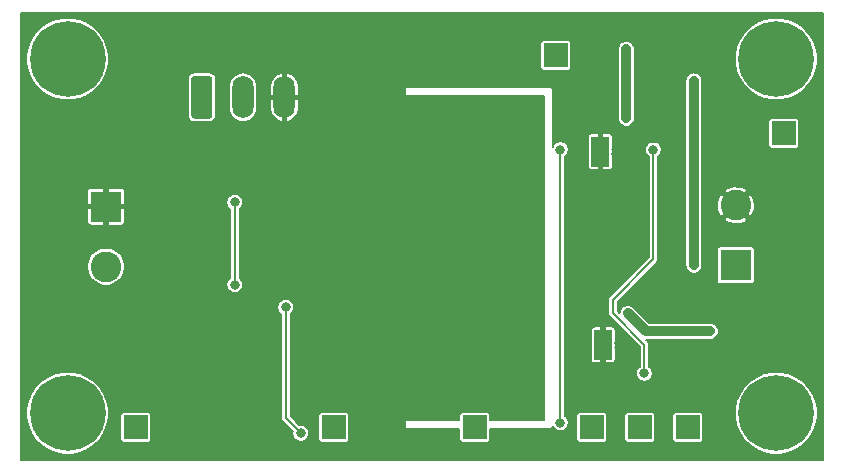
<source format=gbl>
%TF.GenerationSoftware,KiCad,Pcbnew,5.1.10*%
%TF.CreationDate,2021-11-24T11:16:06-05:00*%
%TF.ProjectId,power_board,706f7765-725f-4626-9f61-72642e6b6963,rev?*%
%TF.SameCoordinates,Original*%
%TF.FileFunction,Copper,L2,Bot*%
%TF.FilePolarity,Positive*%
%FSLAX46Y46*%
G04 Gerber Fmt 4.6, Leading zero omitted, Abs format (unit mm)*
G04 Created by KiCad (PCBNEW 5.1.10) date 2021-11-24 11:16:06*
%MOMM*%
%LPD*%
G01*
G04 APERTURE LIST*
%TA.AperFunction,ComponentPad*%
%ADD10C,6.400000*%
%TD*%
%TA.AperFunction,SMDPad,CuDef*%
%ADD11R,1.500000X2.500000*%
%TD*%
%TA.AperFunction,ComponentPad*%
%ADD12C,0.500000*%
%TD*%
%TA.AperFunction,ComponentPad*%
%ADD13R,2.000000X2.000000*%
%TD*%
%TA.AperFunction,ComponentPad*%
%ADD14O,1.800000X3.600000*%
%TD*%
%TA.AperFunction,ComponentPad*%
%ADD15C,2.600000*%
%TD*%
%TA.AperFunction,ComponentPad*%
%ADD16R,2.600000X2.600000*%
%TD*%
%TA.AperFunction,ViaPad*%
%ADD17C,0.800000*%
%TD*%
%TA.AperFunction,Conductor*%
%ADD18C,0.203200*%
%TD*%
%TA.AperFunction,Conductor*%
%ADD19C,0.812800*%
%TD*%
%TA.AperFunction,Conductor*%
%ADD20C,0.100000*%
%TD*%
G04 APERTURE END LIST*
D10*
%TO.P,REF\u002A\u002A,1*%
%TO.N,N/C*%
X167000000Y-92250000D03*
%TD*%
%TO.P,REF\u002A\u002A,1*%
%TO.N,N/C*%
X167000000Y-122250000D03*
%TD*%
%TO.P,REF\u002A\u002A,1*%
%TO.N,N/C*%
X107000000Y-122250000D03*
%TD*%
%TO.P,REF\u002A\u002A,1*%
%TO.N,N/C*%
X107000000Y-92250000D03*
%TD*%
D11*
%TO.P,U3,13*%
%TO.N,GND*%
X152349200Y-116458400D03*
D12*
X152849200Y-117458400D03*
X151849200Y-117458400D03*
X152849200Y-116458400D03*
X151849200Y-116458400D03*
X152849200Y-115458400D03*
X151849200Y-115458400D03*
%TD*%
D11*
%TO.P,U2,13*%
%TO.N,GND*%
X152104200Y-100101400D03*
D12*
X152604200Y-101101400D03*
X151604200Y-101101400D03*
X152604200Y-100101400D03*
X151604200Y-100101400D03*
X152604200Y-99101400D03*
X151604200Y-99101400D03*
%TD*%
D13*
%TO.P,TP8,1*%
%TO.N,/buck/FB*%
X112776000Y-123444000D03*
%TD*%
%TO.P,TP7,1*%
%TO.N,/ldo/VIOC*%
X151384000Y-123444000D03*
%TD*%
%TO.P,TP6,1*%
%TO.N,/ldo/SETFS*%
X167640000Y-98552000D03*
%TD*%
%TO.P,TP5,1*%
%TO.N,Net-(C12-Pad1)*%
X159512000Y-123444000D03*
%TD*%
%TO.P,TP4,1*%
%TO.N,Net-(C11-Pad1)*%
X148336000Y-91948000D03*
%TD*%
%TO.P,TP3,1*%
%TO.N,/ldo/SET*%
X155448000Y-123444000D03*
%TD*%
%TO.P,TP2,1*%
%TO.N,Net-(C4-Pad1)*%
X129540000Y-123444000D03*
%TD*%
%TO.P,TP1,1*%
%TO.N,/ldo/VIN*%
X141478000Y-123444000D03*
%TD*%
%TO.P,J3,1*%
%TO.N,Net-(J3-Pad1)*%
%TA.AperFunction,ComponentPad*%
G36*
G01*
X117464000Y-97054000D02*
X117464000Y-93954000D01*
G75*
G02*
X117714000Y-93704000I250000J0D01*
G01*
X119014000Y-93704000D01*
G75*
G02*
X119264000Y-93954000I0J-250000D01*
G01*
X119264000Y-97054000D01*
G75*
G02*
X119014000Y-97304000I-250000J0D01*
G01*
X117714000Y-97304000D01*
G75*
G02*
X117464000Y-97054000I0J250000D01*
G01*
G37*
%TD.AperFunction*%
D14*
%TO.P,J3,2*%
%TO.N,Net-(J3-Pad2)*%
X121864000Y-95504000D03*
%TO.P,J3,3*%
%TO.N,GND*%
X125364000Y-95504000D03*
%TD*%
D15*
%TO.P,J2,2*%
%TO.N,GND*%
X163576000Y-104648000D03*
D16*
%TO.P,J2,1*%
%TO.N,+OUT*%
X163576000Y-109728000D03*
%TD*%
D15*
%TO.P,J1,2*%
%TO.N,+BATT*%
X110250000Y-109830000D03*
D16*
%TO.P,J1,1*%
%TO.N,GND*%
X110250000Y-104750000D03*
%TD*%
D17*
%TO.N,GND*%
X146812000Y-107823000D03*
X146812000Y-104140000D03*
X146812000Y-103124000D03*
X146812000Y-102108000D03*
X146812000Y-111887000D03*
X146812000Y-112903000D03*
X146812000Y-113919000D03*
X146812000Y-108712000D03*
X132080000Y-104648000D03*
X132080000Y-106172000D03*
X132080000Y-110236000D03*
X132080000Y-111760000D03*
X132080000Y-101092000D03*
X132080000Y-99568000D03*
X132080000Y-95504000D03*
X132080000Y-93980000D03*
X133604000Y-93980000D03*
X133604000Y-95504000D03*
X133604000Y-99568000D03*
X133604000Y-101092000D03*
X133604000Y-106172000D03*
X133604000Y-104648000D03*
X133604000Y-110236000D03*
X133604000Y-111760000D03*
X151892000Y-111760000D03*
X150876000Y-111760000D03*
X151892000Y-95504000D03*
X150876000Y-95504000D03*
X118364000Y-115316000D03*
X118364000Y-116332000D03*
X118364000Y-117348000D03*
X129032000Y-111760000D03*
X130556000Y-111760000D03*
X127508000Y-111760000D03*
X150876000Y-110744000D03*
X151892000Y-110744000D03*
X150876000Y-94488000D03*
X151892000Y-94488000D03*
%TO.N,Net-(C4-Pad2)*%
X125476000Y-113284000D03*
X126746000Y-123952000D03*
%TO.N,/ldo/SET*%
X156591000Y-99949000D03*
X155829000Y-118872000D03*
%TO.N,Net-(C11-Pad1)*%
X154305000Y-97282000D03*
X154305000Y-91440000D03*
%TO.N,+OUT*%
X160020000Y-94107000D03*
X160020000Y-109728000D03*
%TO.N,Net-(R7-Pad2)*%
X121158000Y-111379000D03*
X121158000Y-104394000D03*
%TO.N,/ldo/VIOC*%
X148717000Y-99929600D03*
X148717000Y-123063000D03*
%TO.N,Net-(C12-Pad1)*%
X154432000Y-113792000D03*
X161417000Y-115316000D03*
%TD*%
D18*
%TO.N,Net-(C4-Pad2)*%
X125476000Y-113284000D02*
X125476000Y-122682000D01*
X125476000Y-122682000D02*
X126746000Y-123952000D01*
%TO.N,/ldo/SET*%
X155829000Y-116967000D02*
X155829000Y-118872000D01*
X153162000Y-113792000D02*
X155829000Y-116459000D01*
X153162000Y-112649000D02*
X153162000Y-113792000D01*
X156591000Y-109220000D02*
X153162000Y-112649000D01*
X156591000Y-99949000D02*
X156591000Y-109220000D01*
X155829000Y-116459000D02*
X155829000Y-116967000D01*
D19*
%TO.N,Net-(C11-Pad1)*%
X154305000Y-91440000D02*
X154305000Y-97282000D01*
%TO.N,+OUT*%
X160020000Y-94107000D02*
X160020000Y-109728000D01*
D18*
%TO.N,Net-(R7-Pad2)*%
X121158000Y-111379000D02*
X121158000Y-104394000D01*
%TO.N,/ldo/VIOC*%
X148717000Y-99929600D02*
X148717000Y-123063000D01*
D19*
%TO.N,Net-(C12-Pad1)*%
X154432000Y-113792000D02*
X155956000Y-115316000D01*
X155956000Y-115316000D02*
X161417000Y-115316000D01*
%TD*%
D18*
%TO.N,GND*%
X170920201Y-126170200D02*
X103079800Y-126170200D01*
X103079800Y-121904807D01*
X103495200Y-121904807D01*
X103495200Y-122595193D01*
X103629888Y-123272312D01*
X103894087Y-123910145D01*
X104277644Y-124484180D01*
X104765820Y-124972356D01*
X105339855Y-125355913D01*
X105977688Y-125620112D01*
X106654807Y-125754800D01*
X107345193Y-125754800D01*
X108022312Y-125620112D01*
X108660145Y-125355913D01*
X109234180Y-124972356D01*
X109722356Y-124484180D01*
X110105913Y-123910145D01*
X110370112Y-123272312D01*
X110504800Y-122595193D01*
X110504800Y-122444000D01*
X111469726Y-122444000D01*
X111469726Y-124444000D01*
X111475611Y-124503751D01*
X111493040Y-124561206D01*
X111521342Y-124614157D01*
X111559432Y-124660568D01*
X111605843Y-124698658D01*
X111658794Y-124726960D01*
X111716249Y-124744389D01*
X111776000Y-124750274D01*
X113776000Y-124750274D01*
X113835751Y-124744389D01*
X113893206Y-124726960D01*
X113946157Y-124698658D01*
X113992568Y-124660568D01*
X114030658Y-124614157D01*
X114058960Y-124561206D01*
X114076389Y-124503751D01*
X114082274Y-124444000D01*
X114082274Y-122444000D01*
X114076389Y-122384249D01*
X114058960Y-122326794D01*
X114030658Y-122273843D01*
X113992568Y-122227432D01*
X113946157Y-122189342D01*
X113893206Y-122161040D01*
X113835751Y-122143611D01*
X113776000Y-122137726D01*
X111776000Y-122137726D01*
X111716249Y-122143611D01*
X111658794Y-122161040D01*
X111605843Y-122189342D01*
X111559432Y-122227432D01*
X111521342Y-122273843D01*
X111493040Y-122326794D01*
X111475611Y-122384249D01*
X111469726Y-122444000D01*
X110504800Y-122444000D01*
X110504800Y-121904807D01*
X110370112Y-121227688D01*
X110105913Y-120589855D01*
X109722356Y-120015820D01*
X109234180Y-119527644D01*
X108660145Y-119144087D01*
X108022312Y-118879888D01*
X107345193Y-118745200D01*
X106654807Y-118745200D01*
X105977688Y-118879888D01*
X105339855Y-119144087D01*
X104765820Y-119527644D01*
X104277644Y-120015820D01*
X103894087Y-120589855D01*
X103629888Y-121227688D01*
X103495200Y-121904807D01*
X103079800Y-121904807D01*
X103079800Y-113214583D01*
X124771200Y-113214583D01*
X124771200Y-113353417D01*
X124798285Y-113489583D01*
X124851415Y-113617848D01*
X124928546Y-113733284D01*
X125026716Y-113831454D01*
X125069600Y-113860108D01*
X125069601Y-122662037D01*
X125067635Y-122682000D01*
X125075481Y-122761668D01*
X125098719Y-122838274D01*
X125112555Y-122864158D01*
X125136457Y-122908876D01*
X125142451Y-122916179D01*
X125174518Y-122955254D01*
X125174524Y-122955260D01*
X125187243Y-122970758D01*
X125202741Y-122983477D01*
X126051262Y-123831998D01*
X126041200Y-123882583D01*
X126041200Y-124021417D01*
X126068285Y-124157583D01*
X126121415Y-124285848D01*
X126198546Y-124401284D01*
X126296716Y-124499454D01*
X126412152Y-124576585D01*
X126540417Y-124629715D01*
X126676583Y-124656800D01*
X126815417Y-124656800D01*
X126951583Y-124629715D01*
X127079848Y-124576585D01*
X127195284Y-124499454D01*
X127293454Y-124401284D01*
X127370585Y-124285848D01*
X127423715Y-124157583D01*
X127450800Y-124021417D01*
X127450800Y-123882583D01*
X127423715Y-123746417D01*
X127370585Y-123618152D01*
X127293454Y-123502716D01*
X127195284Y-123404546D01*
X127079848Y-123327415D01*
X126951583Y-123274285D01*
X126815417Y-123247200D01*
X126676583Y-123247200D01*
X126625998Y-123257262D01*
X125882400Y-122513664D01*
X125882400Y-122444000D01*
X128233726Y-122444000D01*
X128233726Y-124444000D01*
X128239611Y-124503751D01*
X128257040Y-124561206D01*
X128285342Y-124614157D01*
X128323432Y-124660568D01*
X128369843Y-124698658D01*
X128422794Y-124726960D01*
X128480249Y-124744389D01*
X128540000Y-124750274D01*
X130540000Y-124750274D01*
X130599751Y-124744389D01*
X130657206Y-124726960D01*
X130710157Y-124698658D01*
X130756568Y-124660568D01*
X130794658Y-124614157D01*
X130822960Y-124561206D01*
X130840389Y-124503751D01*
X130846274Y-124444000D01*
X130846274Y-122444000D01*
X130840389Y-122384249D01*
X130822960Y-122326794D01*
X130794658Y-122273843D01*
X130756568Y-122227432D01*
X130710157Y-122189342D01*
X130657206Y-122161040D01*
X130599751Y-122143611D01*
X130540000Y-122137726D01*
X128540000Y-122137726D01*
X128480249Y-122143611D01*
X128422794Y-122161040D01*
X128369843Y-122189342D01*
X128323432Y-122227432D01*
X128285342Y-122273843D01*
X128257040Y-122326794D01*
X128239611Y-122384249D01*
X128233726Y-122444000D01*
X125882400Y-122444000D01*
X125882400Y-113860108D01*
X125925284Y-113831454D01*
X126023454Y-113733284D01*
X126100585Y-113617848D01*
X126153715Y-113489583D01*
X126180800Y-113353417D01*
X126180800Y-113214583D01*
X126153715Y-113078417D01*
X126100585Y-112950152D01*
X126023454Y-112834716D01*
X125925284Y-112736546D01*
X125809848Y-112659415D01*
X125681583Y-112606285D01*
X125545417Y-112579200D01*
X125406583Y-112579200D01*
X125270417Y-112606285D01*
X125142152Y-112659415D01*
X125026716Y-112736546D01*
X124928546Y-112834716D01*
X124851415Y-112950152D01*
X124798285Y-113078417D01*
X124771200Y-113214583D01*
X103079800Y-113214583D01*
X103079800Y-109671941D01*
X108645200Y-109671941D01*
X108645200Y-109988059D01*
X108706872Y-110298103D01*
X108827845Y-110590158D01*
X109003470Y-110853000D01*
X109227000Y-111076530D01*
X109489842Y-111252155D01*
X109781897Y-111373128D01*
X110091941Y-111434800D01*
X110408059Y-111434800D01*
X110718103Y-111373128D01*
X111010158Y-111252155D01*
X111273000Y-111076530D01*
X111496530Y-110853000D01*
X111672155Y-110590158D01*
X111793128Y-110298103D01*
X111854800Y-109988059D01*
X111854800Y-109671941D01*
X111793128Y-109361897D01*
X111672155Y-109069842D01*
X111496530Y-108807000D01*
X111273000Y-108583470D01*
X111010158Y-108407845D01*
X110718103Y-108286872D01*
X110408059Y-108225200D01*
X110091941Y-108225200D01*
X109781897Y-108286872D01*
X109489842Y-108407845D01*
X109227000Y-108583470D01*
X109003470Y-108807000D01*
X108827845Y-109069842D01*
X108706872Y-109361897D01*
X108645200Y-109671941D01*
X103079800Y-109671941D01*
X103079800Y-106050000D01*
X108643725Y-106050000D01*
X108649610Y-106109751D01*
X108667039Y-106167206D01*
X108695342Y-106220157D01*
X108733431Y-106266569D01*
X108779843Y-106304658D01*
X108832794Y-106332961D01*
X108890249Y-106350390D01*
X108950000Y-106356275D01*
X110021400Y-106354800D01*
X110097600Y-106278600D01*
X110097600Y-104902400D01*
X110402400Y-104902400D01*
X110402400Y-106278600D01*
X110478600Y-106354800D01*
X111550000Y-106356275D01*
X111609751Y-106350390D01*
X111667206Y-106332961D01*
X111720157Y-106304658D01*
X111766569Y-106266569D01*
X111804658Y-106220157D01*
X111832961Y-106167206D01*
X111850390Y-106109751D01*
X111856275Y-106050000D01*
X111854800Y-104978600D01*
X111778600Y-104902400D01*
X110402400Y-104902400D01*
X110097600Y-104902400D01*
X108721400Y-104902400D01*
X108645200Y-104978600D01*
X108643725Y-106050000D01*
X103079800Y-106050000D01*
X103079800Y-103450000D01*
X108643725Y-103450000D01*
X108645200Y-104521400D01*
X108721400Y-104597600D01*
X110097600Y-104597600D01*
X110097600Y-103221400D01*
X110402400Y-103221400D01*
X110402400Y-104597600D01*
X111778600Y-104597600D01*
X111854800Y-104521400D01*
X111855070Y-104324583D01*
X120453200Y-104324583D01*
X120453200Y-104463417D01*
X120480285Y-104599583D01*
X120533415Y-104727848D01*
X120610546Y-104843284D01*
X120708716Y-104941454D01*
X120751601Y-104970108D01*
X120751600Y-110802892D01*
X120708716Y-110831546D01*
X120610546Y-110929716D01*
X120533415Y-111045152D01*
X120480285Y-111173417D01*
X120453200Y-111309583D01*
X120453200Y-111448417D01*
X120480285Y-111584583D01*
X120533415Y-111712848D01*
X120610546Y-111828284D01*
X120708716Y-111926454D01*
X120824152Y-112003585D01*
X120952417Y-112056715D01*
X121088583Y-112083800D01*
X121227417Y-112083800D01*
X121363583Y-112056715D01*
X121491848Y-112003585D01*
X121607284Y-111926454D01*
X121705454Y-111828284D01*
X121782585Y-111712848D01*
X121835715Y-111584583D01*
X121862800Y-111448417D01*
X121862800Y-111309583D01*
X121835715Y-111173417D01*
X121782585Y-111045152D01*
X121705454Y-110929716D01*
X121607284Y-110831546D01*
X121564400Y-110802892D01*
X121564400Y-104970108D01*
X121607284Y-104941454D01*
X121705454Y-104843284D01*
X121782585Y-104727848D01*
X121835715Y-104599583D01*
X121862800Y-104463417D01*
X121862800Y-104324583D01*
X121835715Y-104188417D01*
X121782585Y-104060152D01*
X121705454Y-103944716D01*
X121607284Y-103846546D01*
X121491848Y-103769415D01*
X121363583Y-103716285D01*
X121227417Y-103689200D01*
X121088583Y-103689200D01*
X120952417Y-103716285D01*
X120824152Y-103769415D01*
X120708716Y-103846546D01*
X120610546Y-103944716D01*
X120533415Y-104060152D01*
X120480285Y-104188417D01*
X120453200Y-104324583D01*
X111855070Y-104324583D01*
X111856275Y-103450000D01*
X111850390Y-103390249D01*
X111832961Y-103332794D01*
X111804658Y-103279843D01*
X111766569Y-103233431D01*
X111720157Y-103195342D01*
X111667206Y-103167039D01*
X111609751Y-103149610D01*
X111550000Y-103143725D01*
X110478600Y-103145200D01*
X110402400Y-103221400D01*
X110097600Y-103221400D01*
X110021400Y-103145200D01*
X108950000Y-103143725D01*
X108890249Y-103149610D01*
X108832794Y-103167039D01*
X108779843Y-103195342D01*
X108733431Y-103233431D01*
X108695342Y-103279843D01*
X108667039Y-103332794D01*
X108649610Y-103390249D01*
X108643725Y-103450000D01*
X103079800Y-103450000D01*
X103079800Y-91904807D01*
X103495200Y-91904807D01*
X103495200Y-92595193D01*
X103629888Y-93272312D01*
X103894087Y-93910145D01*
X104277644Y-94484180D01*
X104765820Y-94972356D01*
X105339855Y-95355913D01*
X105977688Y-95620112D01*
X106654807Y-95754800D01*
X107345193Y-95754800D01*
X108022312Y-95620112D01*
X108660145Y-95355913D01*
X109234180Y-94972356D01*
X109722356Y-94484180D01*
X110076610Y-93954000D01*
X117157726Y-93954000D01*
X117157726Y-97054000D01*
X117168415Y-97162524D01*
X117200070Y-97266877D01*
X117251475Y-97363049D01*
X117320655Y-97447345D01*
X117404951Y-97516525D01*
X117501123Y-97567930D01*
X117605476Y-97599585D01*
X117714000Y-97610274D01*
X119014000Y-97610274D01*
X119122524Y-97599585D01*
X119226877Y-97567930D01*
X119323049Y-97516525D01*
X119407345Y-97447345D01*
X119476525Y-97363049D01*
X119527930Y-97266877D01*
X119559585Y-97162524D01*
X119570274Y-97054000D01*
X119570274Y-94544818D01*
X120659200Y-94544818D01*
X120659200Y-96463183D01*
X120676634Y-96640182D01*
X120745526Y-96867288D01*
X120857400Y-97076589D01*
X121007957Y-97260044D01*
X121191412Y-97410601D01*
X121400713Y-97522475D01*
X121627819Y-97591367D01*
X121864000Y-97614629D01*
X122100182Y-97591367D01*
X122327288Y-97522475D01*
X122536589Y-97410601D01*
X122720044Y-97260044D01*
X122870601Y-97076589D01*
X122982475Y-96867288D01*
X123051367Y-96640182D01*
X123068800Y-96463183D01*
X123068800Y-95656400D01*
X124159200Y-95656400D01*
X124159200Y-96556400D01*
X124212082Y-96788516D01*
X124309231Y-97005856D01*
X124446914Y-97200067D01*
X124619841Y-97363685D01*
X124821365Y-97490423D01*
X125026518Y-97560567D01*
X125211600Y-97522263D01*
X125211600Y-95656400D01*
X125516400Y-95656400D01*
X125516400Y-97522263D01*
X125701482Y-97560567D01*
X125906635Y-97490423D01*
X126108159Y-97363685D01*
X126281086Y-97200067D01*
X126418769Y-97005856D01*
X126515918Y-96788516D01*
X126568800Y-96556400D01*
X126568800Y-95656400D01*
X125516400Y-95656400D01*
X125211600Y-95656400D01*
X124159200Y-95656400D01*
X123068800Y-95656400D01*
X123068800Y-94544817D01*
X123059619Y-94451600D01*
X124159200Y-94451600D01*
X124159200Y-95351600D01*
X125211600Y-95351600D01*
X125211600Y-93485737D01*
X125516400Y-93485737D01*
X125516400Y-95351600D01*
X126568800Y-95351600D01*
X126568800Y-94742000D01*
X135534400Y-94742000D01*
X135534400Y-95250000D01*
X135536352Y-95269821D01*
X135542134Y-95288881D01*
X135551523Y-95306446D01*
X135564158Y-95321842D01*
X135579554Y-95334477D01*
X135597119Y-95343866D01*
X135616179Y-95349648D01*
X135636000Y-95351600D01*
X147345400Y-95351600D01*
X147345400Y-122834400D01*
X142784274Y-122834400D01*
X142784274Y-122444000D01*
X142778389Y-122384249D01*
X142760960Y-122326794D01*
X142732658Y-122273843D01*
X142694568Y-122227432D01*
X142648157Y-122189342D01*
X142595206Y-122161040D01*
X142537751Y-122143611D01*
X142478000Y-122137726D01*
X140478000Y-122137726D01*
X140418249Y-122143611D01*
X140360794Y-122161040D01*
X140307843Y-122189342D01*
X140261432Y-122227432D01*
X140223342Y-122273843D01*
X140195040Y-122326794D01*
X140177611Y-122384249D01*
X140171726Y-122444000D01*
X140171726Y-122834400D01*
X135636000Y-122834400D01*
X135616179Y-122836352D01*
X135597119Y-122842134D01*
X135579554Y-122851523D01*
X135564158Y-122864158D01*
X135551523Y-122879554D01*
X135542134Y-122897119D01*
X135536352Y-122916179D01*
X135534400Y-122936000D01*
X135534400Y-123444000D01*
X135536352Y-123463821D01*
X135542134Y-123482881D01*
X135551523Y-123500446D01*
X135564158Y-123515842D01*
X135579554Y-123528477D01*
X135597119Y-123537866D01*
X135616179Y-123543648D01*
X135636000Y-123545600D01*
X140171726Y-123545600D01*
X140171726Y-124444000D01*
X140177611Y-124503751D01*
X140195040Y-124561206D01*
X140223342Y-124614157D01*
X140261432Y-124660568D01*
X140307843Y-124698658D01*
X140360794Y-124726960D01*
X140418249Y-124744389D01*
X140478000Y-124750274D01*
X142478000Y-124750274D01*
X142537751Y-124744389D01*
X142595206Y-124726960D01*
X142648157Y-124698658D01*
X142694568Y-124660568D01*
X142732658Y-124614157D01*
X142760960Y-124561206D01*
X142778389Y-124503751D01*
X142784274Y-124444000D01*
X142784274Y-123545600D01*
X147955000Y-123545600D01*
X147974821Y-123543648D01*
X147993881Y-123537866D01*
X148011446Y-123528477D01*
X148026842Y-123515842D01*
X148039477Y-123500446D01*
X148048866Y-123482881D01*
X148054648Y-123463821D01*
X148056600Y-123444000D01*
X148056600Y-123310384D01*
X148092415Y-123396848D01*
X148169546Y-123512284D01*
X148267716Y-123610454D01*
X148383152Y-123687585D01*
X148511417Y-123740715D01*
X148647583Y-123767800D01*
X148786417Y-123767800D01*
X148922583Y-123740715D01*
X149050848Y-123687585D01*
X149166284Y-123610454D01*
X149264454Y-123512284D01*
X149341585Y-123396848D01*
X149394715Y-123268583D01*
X149421800Y-123132417D01*
X149421800Y-122993583D01*
X149394715Y-122857417D01*
X149341585Y-122729152D01*
X149264454Y-122613716D01*
X149166284Y-122515546D01*
X149123400Y-122486892D01*
X149123400Y-122444000D01*
X150077726Y-122444000D01*
X150077726Y-124444000D01*
X150083611Y-124503751D01*
X150101040Y-124561206D01*
X150129342Y-124614157D01*
X150167432Y-124660568D01*
X150213843Y-124698658D01*
X150266794Y-124726960D01*
X150324249Y-124744389D01*
X150384000Y-124750274D01*
X152384000Y-124750274D01*
X152443751Y-124744389D01*
X152501206Y-124726960D01*
X152554157Y-124698658D01*
X152600568Y-124660568D01*
X152638658Y-124614157D01*
X152666960Y-124561206D01*
X152684389Y-124503751D01*
X152690274Y-124444000D01*
X152690274Y-122444000D01*
X154141726Y-122444000D01*
X154141726Y-124444000D01*
X154147611Y-124503751D01*
X154165040Y-124561206D01*
X154193342Y-124614157D01*
X154231432Y-124660568D01*
X154277843Y-124698658D01*
X154330794Y-124726960D01*
X154388249Y-124744389D01*
X154448000Y-124750274D01*
X156448000Y-124750274D01*
X156507751Y-124744389D01*
X156565206Y-124726960D01*
X156618157Y-124698658D01*
X156664568Y-124660568D01*
X156702658Y-124614157D01*
X156730960Y-124561206D01*
X156748389Y-124503751D01*
X156754274Y-124444000D01*
X156754274Y-122444000D01*
X158205726Y-122444000D01*
X158205726Y-124444000D01*
X158211611Y-124503751D01*
X158229040Y-124561206D01*
X158257342Y-124614157D01*
X158295432Y-124660568D01*
X158341843Y-124698658D01*
X158394794Y-124726960D01*
X158452249Y-124744389D01*
X158512000Y-124750274D01*
X160512000Y-124750274D01*
X160571751Y-124744389D01*
X160629206Y-124726960D01*
X160682157Y-124698658D01*
X160728568Y-124660568D01*
X160766658Y-124614157D01*
X160794960Y-124561206D01*
X160812389Y-124503751D01*
X160818274Y-124444000D01*
X160818274Y-122444000D01*
X160812389Y-122384249D01*
X160794960Y-122326794D01*
X160766658Y-122273843D01*
X160728568Y-122227432D01*
X160682157Y-122189342D01*
X160629206Y-122161040D01*
X160571751Y-122143611D01*
X160512000Y-122137726D01*
X158512000Y-122137726D01*
X158452249Y-122143611D01*
X158394794Y-122161040D01*
X158341843Y-122189342D01*
X158295432Y-122227432D01*
X158257342Y-122273843D01*
X158229040Y-122326794D01*
X158211611Y-122384249D01*
X158205726Y-122444000D01*
X156754274Y-122444000D01*
X156748389Y-122384249D01*
X156730960Y-122326794D01*
X156702658Y-122273843D01*
X156664568Y-122227432D01*
X156618157Y-122189342D01*
X156565206Y-122161040D01*
X156507751Y-122143611D01*
X156448000Y-122137726D01*
X154448000Y-122137726D01*
X154388249Y-122143611D01*
X154330794Y-122161040D01*
X154277843Y-122189342D01*
X154231432Y-122227432D01*
X154193342Y-122273843D01*
X154165040Y-122326794D01*
X154147611Y-122384249D01*
X154141726Y-122444000D01*
X152690274Y-122444000D01*
X152684389Y-122384249D01*
X152666960Y-122326794D01*
X152638658Y-122273843D01*
X152600568Y-122227432D01*
X152554157Y-122189342D01*
X152501206Y-122161040D01*
X152443751Y-122143611D01*
X152384000Y-122137726D01*
X150384000Y-122137726D01*
X150324249Y-122143611D01*
X150266794Y-122161040D01*
X150213843Y-122189342D01*
X150167432Y-122227432D01*
X150129342Y-122273843D01*
X150101040Y-122326794D01*
X150083611Y-122384249D01*
X150077726Y-122444000D01*
X149123400Y-122444000D01*
X149123400Y-121904807D01*
X163495200Y-121904807D01*
X163495200Y-122595193D01*
X163629888Y-123272312D01*
X163894087Y-123910145D01*
X164277644Y-124484180D01*
X164765820Y-124972356D01*
X165339855Y-125355913D01*
X165977688Y-125620112D01*
X166654807Y-125754800D01*
X167345193Y-125754800D01*
X168022312Y-125620112D01*
X168660145Y-125355913D01*
X169234180Y-124972356D01*
X169722356Y-124484180D01*
X170105913Y-123910145D01*
X170370112Y-123272312D01*
X170504800Y-122595193D01*
X170504800Y-121904807D01*
X170370112Y-121227688D01*
X170105913Y-120589855D01*
X169722356Y-120015820D01*
X169234180Y-119527644D01*
X168660145Y-119144087D01*
X168022312Y-118879888D01*
X167345193Y-118745200D01*
X166654807Y-118745200D01*
X165977688Y-118879888D01*
X165339855Y-119144087D01*
X164765820Y-119527644D01*
X164277644Y-120015820D01*
X163894087Y-120589855D01*
X163629888Y-121227688D01*
X163495200Y-121904807D01*
X149123400Y-121904807D01*
X149123400Y-115477254D01*
X151292036Y-115477254D01*
X151293327Y-115486979D01*
X151294400Y-116229800D01*
X151327225Y-116262625D01*
X151315655Y-116305998D01*
X151294400Y-116305998D01*
X151294400Y-116440564D01*
X151292036Y-116477254D01*
X151294400Y-116495059D01*
X151294400Y-116610802D01*
X151314068Y-116610802D01*
X151327225Y-116654175D01*
X151294400Y-116687000D01*
X151293287Y-117457841D01*
X151292036Y-117477254D01*
X151293246Y-117486364D01*
X151292925Y-117708400D01*
X151298810Y-117768151D01*
X151316239Y-117825606D01*
X151344542Y-117878557D01*
X151382631Y-117924969D01*
X151429043Y-117963058D01*
X151481994Y-117991361D01*
X151539449Y-118008790D01*
X151599200Y-118014675D01*
X151843529Y-118013984D01*
X151868054Y-118015564D01*
X151880748Y-118013879D01*
X152120600Y-118013200D01*
X152196800Y-117937000D01*
X152196800Y-117596131D01*
X152277872Y-117677203D01*
X152349200Y-117659616D01*
X152420528Y-117677203D01*
X152501600Y-117596131D01*
X152501600Y-117937000D01*
X152577800Y-118013200D01*
X152843008Y-118013950D01*
X152868054Y-118015564D01*
X152879432Y-118014053D01*
X153099200Y-118014675D01*
X153158951Y-118008790D01*
X153216406Y-117991361D01*
X153269357Y-117963058D01*
X153315769Y-117924969D01*
X153353858Y-117878557D01*
X153382161Y-117825606D01*
X153399590Y-117768151D01*
X153405475Y-117708400D01*
X153405115Y-117458935D01*
X153406364Y-117439546D01*
X153405073Y-117429821D01*
X153404000Y-116687000D01*
X153371175Y-116654175D01*
X153382745Y-116610802D01*
X153404000Y-116610802D01*
X153404000Y-116476236D01*
X153406364Y-116439546D01*
X153404000Y-116421741D01*
X153404000Y-116305998D01*
X153384332Y-116305998D01*
X153371175Y-116262625D01*
X153404000Y-116229800D01*
X153405113Y-115458959D01*
X153406364Y-115439546D01*
X153405154Y-115430436D01*
X153405475Y-115208400D01*
X153399590Y-115148649D01*
X153382161Y-115091194D01*
X153353858Y-115038243D01*
X153315769Y-114991831D01*
X153269357Y-114953742D01*
X153216406Y-114925439D01*
X153158951Y-114908010D01*
X153099200Y-114902125D01*
X152854871Y-114902816D01*
X152830346Y-114901236D01*
X152817652Y-114902921D01*
X152577800Y-114903600D01*
X152501600Y-114979800D01*
X152501600Y-115320669D01*
X152420528Y-115239597D01*
X152349200Y-115257184D01*
X152277872Y-115239597D01*
X152196800Y-115320669D01*
X152196800Y-114979800D01*
X152120600Y-114903600D01*
X151855392Y-114902850D01*
X151830346Y-114901236D01*
X151818968Y-114902747D01*
X151599200Y-114902125D01*
X151539449Y-114908010D01*
X151481994Y-114925439D01*
X151429043Y-114953742D01*
X151382631Y-114991831D01*
X151344542Y-115038243D01*
X151316239Y-115091194D01*
X151298810Y-115148649D01*
X151292925Y-115208400D01*
X151293285Y-115457865D01*
X151292036Y-115477254D01*
X149123400Y-115477254D01*
X149123400Y-112649000D01*
X152753635Y-112649000D01*
X152755600Y-112668953D01*
X152755601Y-113772038D01*
X152753635Y-113792000D01*
X152761481Y-113871668D01*
X152784719Y-113948274D01*
X152784720Y-113948275D01*
X152822457Y-114018876D01*
X152839549Y-114039702D01*
X152860518Y-114065254D01*
X152860524Y-114065260D01*
X152873243Y-114080758D01*
X152888741Y-114093477D01*
X155422600Y-116627337D01*
X155422601Y-116947032D01*
X155422600Y-116947041D01*
X155422601Y-118295892D01*
X155379716Y-118324546D01*
X155281546Y-118422716D01*
X155204415Y-118538152D01*
X155151285Y-118666417D01*
X155124200Y-118802583D01*
X155124200Y-118941417D01*
X155151285Y-119077583D01*
X155204415Y-119205848D01*
X155281546Y-119321284D01*
X155379716Y-119419454D01*
X155495152Y-119496585D01*
X155623417Y-119549715D01*
X155759583Y-119576800D01*
X155898417Y-119576800D01*
X156034583Y-119549715D01*
X156162848Y-119496585D01*
X156278284Y-119419454D01*
X156376454Y-119321284D01*
X156453585Y-119205848D01*
X156506715Y-119077583D01*
X156533800Y-118941417D01*
X156533800Y-118802583D01*
X156506715Y-118666417D01*
X156453585Y-118538152D01*
X156376454Y-118422716D01*
X156278284Y-118324546D01*
X156235400Y-118295892D01*
X156235400Y-116478953D01*
X156237365Y-116459000D01*
X156235400Y-116439047D01*
X156235400Y-116439040D01*
X156229519Y-116379332D01*
X156226141Y-116368194D01*
X156206281Y-116302725D01*
X156184834Y-116262601D01*
X156168544Y-116232124D01*
X156147717Y-116206746D01*
X156130482Y-116185745D01*
X156130477Y-116185740D01*
X156117758Y-116170242D01*
X156102261Y-116157524D01*
X155973639Y-116028902D01*
X155990917Y-116027200D01*
X161451936Y-116027200D01*
X161556420Y-116016909D01*
X161690481Y-115976242D01*
X161814033Y-115910202D01*
X161922327Y-115821327D01*
X162011202Y-115713033D01*
X162077242Y-115589481D01*
X162117909Y-115455420D01*
X162131641Y-115316000D01*
X162117909Y-115176580D01*
X162077242Y-115042519D01*
X162011202Y-114918967D01*
X161922327Y-114810673D01*
X161814033Y-114721798D01*
X161690481Y-114655758D01*
X161556420Y-114615091D01*
X161451936Y-114604800D01*
X156250589Y-114604800D01*
X154910190Y-113264403D01*
X154829032Y-113197798D01*
X154705481Y-113131759D01*
X154571419Y-113091092D01*
X154432000Y-113077360D01*
X154292581Y-113091092D01*
X154158519Y-113131759D01*
X154034968Y-113197798D01*
X153926673Y-113286673D01*
X153837798Y-113394968D01*
X153771759Y-113518519D01*
X153731092Y-113652581D01*
X153719097Y-113774361D01*
X153568400Y-113623664D01*
X153568400Y-112817336D01*
X156864254Y-109521482D01*
X156879758Y-109508758D01*
X156930544Y-109446876D01*
X156968281Y-109376275D01*
X156991519Y-109299668D01*
X156997400Y-109239960D01*
X156997400Y-109239954D01*
X156999365Y-109220001D01*
X156997400Y-109200048D01*
X156997400Y-100525108D01*
X157040284Y-100496454D01*
X157138454Y-100398284D01*
X157215585Y-100282848D01*
X157268715Y-100154583D01*
X157295800Y-100018417D01*
X157295800Y-99879583D01*
X157268715Y-99743417D01*
X157215585Y-99615152D01*
X157138454Y-99499716D01*
X157040284Y-99401546D01*
X156924848Y-99324415D01*
X156796583Y-99271285D01*
X156660417Y-99244200D01*
X156521583Y-99244200D01*
X156385417Y-99271285D01*
X156257152Y-99324415D01*
X156141716Y-99401546D01*
X156043546Y-99499716D01*
X155966415Y-99615152D01*
X155913285Y-99743417D01*
X155886200Y-99879583D01*
X155886200Y-100018417D01*
X155913285Y-100154583D01*
X155966415Y-100282848D01*
X156043546Y-100398284D01*
X156141716Y-100496454D01*
X156184600Y-100525108D01*
X156184601Y-109051663D01*
X152888746Y-112347518D01*
X152873242Y-112360242D01*
X152822456Y-112422125D01*
X152784719Y-112492726D01*
X152761481Y-112569333D01*
X152755600Y-112629041D01*
X152755600Y-112629047D01*
X152753635Y-112649000D01*
X149123400Y-112649000D01*
X149123400Y-100505708D01*
X149166284Y-100477054D01*
X149264454Y-100378884D01*
X149341585Y-100263448D01*
X149394715Y-100135183D01*
X149421800Y-99999017D01*
X149421800Y-99860183D01*
X149394715Y-99724017D01*
X149341585Y-99595752D01*
X149264454Y-99480316D01*
X149166284Y-99382146D01*
X149050848Y-99305015D01*
X148922583Y-99251885D01*
X148786417Y-99224800D01*
X148647583Y-99224800D01*
X148511417Y-99251885D01*
X148383152Y-99305015D01*
X148267716Y-99382146D01*
X148169546Y-99480316D01*
X148092415Y-99595752D01*
X148056600Y-99682216D01*
X148056600Y-99120254D01*
X151047036Y-99120254D01*
X151048327Y-99129979D01*
X151049400Y-99872800D01*
X151082225Y-99905625D01*
X151070655Y-99948998D01*
X151049400Y-99948998D01*
X151049400Y-100083564D01*
X151047036Y-100120254D01*
X151049400Y-100138059D01*
X151049400Y-100253802D01*
X151069068Y-100253802D01*
X151082225Y-100297175D01*
X151049400Y-100330000D01*
X151048287Y-101100841D01*
X151047036Y-101120254D01*
X151048246Y-101129364D01*
X151047925Y-101351400D01*
X151053810Y-101411151D01*
X151071239Y-101468606D01*
X151099542Y-101521557D01*
X151137631Y-101567969D01*
X151184043Y-101606058D01*
X151236994Y-101634361D01*
X151294449Y-101651790D01*
X151354200Y-101657675D01*
X151598529Y-101656984D01*
X151623054Y-101658564D01*
X151635748Y-101656879D01*
X151875600Y-101656200D01*
X151951800Y-101580000D01*
X151951800Y-101239131D01*
X152032872Y-101320203D01*
X152104200Y-101302616D01*
X152175528Y-101320203D01*
X152256600Y-101239131D01*
X152256600Y-101580000D01*
X152332800Y-101656200D01*
X152598008Y-101656950D01*
X152623054Y-101658564D01*
X152634432Y-101657053D01*
X152854200Y-101657675D01*
X152913951Y-101651790D01*
X152971406Y-101634361D01*
X153024357Y-101606058D01*
X153070769Y-101567969D01*
X153108858Y-101521557D01*
X153137161Y-101468606D01*
X153154590Y-101411151D01*
X153160475Y-101351400D01*
X153160115Y-101101935D01*
X153161364Y-101082546D01*
X153160073Y-101072821D01*
X153159000Y-100330000D01*
X153126175Y-100297175D01*
X153137745Y-100253802D01*
X153159000Y-100253802D01*
X153159000Y-100119236D01*
X153161364Y-100082546D01*
X153159000Y-100064741D01*
X153159000Y-99948998D01*
X153139332Y-99948998D01*
X153126175Y-99905625D01*
X153159000Y-99872800D01*
X153160113Y-99101959D01*
X153161364Y-99082546D01*
X153160154Y-99073436D01*
X153160475Y-98851400D01*
X153154590Y-98791649D01*
X153137161Y-98734194D01*
X153108858Y-98681243D01*
X153070769Y-98634831D01*
X153024357Y-98596742D01*
X152971406Y-98568439D01*
X152913951Y-98551010D01*
X152854200Y-98545125D01*
X152609871Y-98545816D01*
X152585346Y-98544236D01*
X152572652Y-98545921D01*
X152332800Y-98546600D01*
X152256600Y-98622800D01*
X152256600Y-98963669D01*
X152175528Y-98882597D01*
X152104200Y-98900184D01*
X152032872Y-98882597D01*
X151951800Y-98963669D01*
X151951800Y-98622800D01*
X151875600Y-98546600D01*
X151610392Y-98545850D01*
X151585346Y-98544236D01*
X151573968Y-98545747D01*
X151354200Y-98545125D01*
X151294449Y-98551010D01*
X151236994Y-98568439D01*
X151184043Y-98596742D01*
X151137631Y-98634831D01*
X151099542Y-98681243D01*
X151071239Y-98734194D01*
X151053810Y-98791649D01*
X151047925Y-98851400D01*
X151048285Y-99100865D01*
X151047036Y-99120254D01*
X148056600Y-99120254D01*
X148056600Y-94742000D01*
X148054648Y-94722179D01*
X148048866Y-94703119D01*
X148039477Y-94685554D01*
X148026842Y-94670158D01*
X148011446Y-94657523D01*
X147993881Y-94648134D01*
X147974821Y-94642352D01*
X147955000Y-94640400D01*
X135636000Y-94640400D01*
X135616179Y-94642352D01*
X135597119Y-94648134D01*
X135579554Y-94657523D01*
X135564158Y-94670158D01*
X135551523Y-94685554D01*
X135542134Y-94703119D01*
X135536352Y-94722179D01*
X135534400Y-94742000D01*
X126568800Y-94742000D01*
X126568800Y-94451600D01*
X126515918Y-94219484D01*
X126418769Y-94002144D01*
X126281086Y-93807933D01*
X126108159Y-93644315D01*
X125906635Y-93517577D01*
X125701482Y-93447433D01*
X125516400Y-93485737D01*
X125211600Y-93485737D01*
X125026518Y-93447433D01*
X124821365Y-93517577D01*
X124619841Y-93644315D01*
X124446914Y-93807933D01*
X124309231Y-94002144D01*
X124212082Y-94219484D01*
X124159200Y-94451600D01*
X123059619Y-94451600D01*
X123051367Y-94367818D01*
X122982475Y-94140712D01*
X122870601Y-93931411D01*
X122720044Y-93747956D01*
X122536588Y-93597399D01*
X122327287Y-93485525D01*
X122100181Y-93416633D01*
X121864000Y-93393371D01*
X121627818Y-93416633D01*
X121400712Y-93485525D01*
X121191411Y-93597399D01*
X121007956Y-93747956D01*
X120857399Y-93931412D01*
X120745525Y-94140713D01*
X120676633Y-94367819D01*
X120659200Y-94544818D01*
X119570274Y-94544818D01*
X119570274Y-93954000D01*
X119559585Y-93845476D01*
X119527930Y-93741123D01*
X119476525Y-93644951D01*
X119407345Y-93560655D01*
X119323049Y-93491475D01*
X119226877Y-93440070D01*
X119122524Y-93408415D01*
X119014000Y-93397726D01*
X117714000Y-93397726D01*
X117605476Y-93408415D01*
X117501123Y-93440070D01*
X117404951Y-93491475D01*
X117320655Y-93560655D01*
X117251475Y-93644951D01*
X117200070Y-93741123D01*
X117168415Y-93845476D01*
X117157726Y-93954000D01*
X110076610Y-93954000D01*
X110105913Y-93910145D01*
X110370112Y-93272312D01*
X110504800Y-92595193D01*
X110504800Y-91904807D01*
X110370112Y-91227688D01*
X110254262Y-90948000D01*
X147029726Y-90948000D01*
X147029726Y-92948000D01*
X147035611Y-93007751D01*
X147053040Y-93065206D01*
X147081342Y-93118157D01*
X147119432Y-93164568D01*
X147165843Y-93202658D01*
X147218794Y-93230960D01*
X147276249Y-93248389D01*
X147336000Y-93254274D01*
X149336000Y-93254274D01*
X149395751Y-93248389D01*
X149453206Y-93230960D01*
X149506157Y-93202658D01*
X149552568Y-93164568D01*
X149590658Y-93118157D01*
X149618960Y-93065206D01*
X149636389Y-93007751D01*
X149642274Y-92948000D01*
X149642274Y-91405065D01*
X153593800Y-91405065D01*
X153593801Y-97316936D01*
X153604092Y-97421420D01*
X153644759Y-97555481D01*
X153710799Y-97679033D01*
X153799674Y-97787327D01*
X153907968Y-97876202D01*
X154031520Y-97942242D01*
X154165581Y-97982909D01*
X154305000Y-97996641D01*
X154444420Y-97982909D01*
X154578481Y-97942242D01*
X154702033Y-97876202D01*
X154810327Y-97787327D01*
X154899202Y-97679033D01*
X154965242Y-97555481D01*
X155005909Y-97421420D01*
X155016200Y-97316936D01*
X155016200Y-94072065D01*
X159308800Y-94072065D01*
X159308801Y-109762936D01*
X159319092Y-109867420D01*
X159359759Y-110001481D01*
X159425799Y-110125033D01*
X159514674Y-110233327D01*
X159622968Y-110322202D01*
X159746520Y-110388242D01*
X159880581Y-110428909D01*
X160020000Y-110442641D01*
X160159420Y-110428909D01*
X160293481Y-110388242D01*
X160417033Y-110322202D01*
X160525327Y-110233327D01*
X160614202Y-110125033D01*
X160680242Y-110001481D01*
X160720909Y-109867420D01*
X160731200Y-109762936D01*
X160731200Y-108428000D01*
X161969726Y-108428000D01*
X161969726Y-111028000D01*
X161975611Y-111087751D01*
X161993040Y-111145206D01*
X162021342Y-111198157D01*
X162059432Y-111244568D01*
X162105843Y-111282658D01*
X162158794Y-111310960D01*
X162216249Y-111328389D01*
X162276000Y-111334274D01*
X164876000Y-111334274D01*
X164935751Y-111328389D01*
X164993206Y-111310960D01*
X165046157Y-111282658D01*
X165092568Y-111244568D01*
X165130658Y-111198157D01*
X165158960Y-111145206D01*
X165176389Y-111087751D01*
X165182274Y-111028000D01*
X165182274Y-108428000D01*
X165176389Y-108368249D01*
X165158960Y-108310794D01*
X165130658Y-108257843D01*
X165092568Y-108211432D01*
X165046157Y-108173342D01*
X164993206Y-108145040D01*
X164935751Y-108127611D01*
X164876000Y-108121726D01*
X162276000Y-108121726D01*
X162216249Y-108127611D01*
X162158794Y-108145040D01*
X162105843Y-108173342D01*
X162059432Y-108211432D01*
X162021342Y-108257843D01*
X161993040Y-108310794D01*
X161975611Y-108368249D01*
X161969726Y-108428000D01*
X160731200Y-108428000D01*
X160731200Y-105836779D01*
X162602747Y-105836779D01*
X162755695Y-106036331D01*
X163042306Y-106169689D01*
X163349428Y-106244569D01*
X163665257Y-106258093D01*
X163977655Y-106209743D01*
X164274618Y-106101375D01*
X164396305Y-106036331D01*
X164549253Y-105836779D01*
X163576000Y-104863526D01*
X162602747Y-105836779D01*
X160731200Y-105836779D01*
X160731200Y-104737257D01*
X161965907Y-104737257D01*
X162014257Y-105049655D01*
X162122625Y-105346618D01*
X162187669Y-105468305D01*
X162387221Y-105621253D01*
X163360474Y-104648000D01*
X163791526Y-104648000D01*
X164764779Y-105621253D01*
X164964331Y-105468305D01*
X165097689Y-105181694D01*
X165172569Y-104874572D01*
X165186093Y-104558743D01*
X165137743Y-104246345D01*
X165029375Y-103949382D01*
X164964331Y-103827695D01*
X164764779Y-103674747D01*
X163791526Y-104648000D01*
X163360474Y-104648000D01*
X162387221Y-103674747D01*
X162187669Y-103827695D01*
X162054311Y-104114306D01*
X161979431Y-104421428D01*
X161965907Y-104737257D01*
X160731200Y-104737257D01*
X160731200Y-103459221D01*
X162602747Y-103459221D01*
X163576000Y-104432474D01*
X164549253Y-103459221D01*
X164396305Y-103259669D01*
X164109694Y-103126311D01*
X163802572Y-103051431D01*
X163486743Y-103037907D01*
X163174345Y-103086257D01*
X162877382Y-103194625D01*
X162755695Y-103259669D01*
X162602747Y-103459221D01*
X160731200Y-103459221D01*
X160731200Y-97552000D01*
X166333726Y-97552000D01*
X166333726Y-99552000D01*
X166339611Y-99611751D01*
X166357040Y-99669206D01*
X166385342Y-99722157D01*
X166423432Y-99768568D01*
X166469843Y-99806658D01*
X166522794Y-99834960D01*
X166580249Y-99852389D01*
X166640000Y-99858274D01*
X168640000Y-99858274D01*
X168699751Y-99852389D01*
X168757206Y-99834960D01*
X168810157Y-99806658D01*
X168856568Y-99768568D01*
X168894658Y-99722157D01*
X168922960Y-99669206D01*
X168940389Y-99611751D01*
X168946274Y-99552000D01*
X168946274Y-97552000D01*
X168940389Y-97492249D01*
X168922960Y-97434794D01*
X168894658Y-97381843D01*
X168856568Y-97335432D01*
X168810157Y-97297342D01*
X168757206Y-97269040D01*
X168699751Y-97251611D01*
X168640000Y-97245726D01*
X166640000Y-97245726D01*
X166580249Y-97251611D01*
X166522794Y-97269040D01*
X166469843Y-97297342D01*
X166423432Y-97335432D01*
X166385342Y-97381843D01*
X166357040Y-97434794D01*
X166339611Y-97492249D01*
X166333726Y-97552000D01*
X160731200Y-97552000D01*
X160731200Y-94072064D01*
X160720909Y-93967580D01*
X160680242Y-93833519D01*
X160614202Y-93709967D01*
X160525326Y-93601673D01*
X160417032Y-93512798D01*
X160293480Y-93446758D01*
X160159419Y-93406091D01*
X160020000Y-93392359D01*
X159880580Y-93406091D01*
X159746519Y-93446758D01*
X159622967Y-93512798D01*
X159514673Y-93601674D01*
X159425798Y-93709968D01*
X159359758Y-93833520D01*
X159319091Y-93967581D01*
X159308800Y-94072065D01*
X155016200Y-94072065D01*
X155016200Y-91904807D01*
X163495200Y-91904807D01*
X163495200Y-92595193D01*
X163629888Y-93272312D01*
X163894087Y-93910145D01*
X164277644Y-94484180D01*
X164765820Y-94972356D01*
X165339855Y-95355913D01*
X165977688Y-95620112D01*
X166654807Y-95754800D01*
X167345193Y-95754800D01*
X168022312Y-95620112D01*
X168660145Y-95355913D01*
X169234180Y-94972356D01*
X169722356Y-94484180D01*
X170105913Y-93910145D01*
X170370112Y-93272312D01*
X170504800Y-92595193D01*
X170504800Y-91904807D01*
X170370112Y-91227688D01*
X170105913Y-90589855D01*
X169722356Y-90015820D01*
X169234180Y-89527644D01*
X168660145Y-89144087D01*
X168022312Y-88879888D01*
X167345193Y-88745200D01*
X166654807Y-88745200D01*
X165977688Y-88879888D01*
X165339855Y-89144087D01*
X164765820Y-89527644D01*
X164277644Y-90015820D01*
X163894087Y-90589855D01*
X163629888Y-91227688D01*
X163495200Y-91904807D01*
X155016200Y-91904807D01*
X155016200Y-91405064D01*
X155005909Y-91300580D01*
X154965242Y-91166519D01*
X154899202Y-91042967D01*
X154810326Y-90934673D01*
X154702032Y-90845798D01*
X154578480Y-90779758D01*
X154444419Y-90739091D01*
X154305000Y-90725359D01*
X154165580Y-90739091D01*
X154031519Y-90779758D01*
X153907967Y-90845798D01*
X153799673Y-90934674D01*
X153710798Y-91042968D01*
X153644758Y-91166520D01*
X153604091Y-91300581D01*
X153593800Y-91405065D01*
X149642274Y-91405065D01*
X149642274Y-90948000D01*
X149636389Y-90888249D01*
X149618960Y-90830794D01*
X149590658Y-90777843D01*
X149552568Y-90731432D01*
X149506157Y-90693342D01*
X149453206Y-90665040D01*
X149395751Y-90647611D01*
X149336000Y-90641726D01*
X147336000Y-90641726D01*
X147276249Y-90647611D01*
X147218794Y-90665040D01*
X147165843Y-90693342D01*
X147119432Y-90731432D01*
X147081342Y-90777843D01*
X147053040Y-90830794D01*
X147035611Y-90888249D01*
X147029726Y-90948000D01*
X110254262Y-90948000D01*
X110105913Y-90589855D01*
X109722356Y-90015820D01*
X109234180Y-89527644D01*
X108660145Y-89144087D01*
X108022312Y-88879888D01*
X107345193Y-88745200D01*
X106654807Y-88745200D01*
X105977688Y-88879888D01*
X105339855Y-89144087D01*
X104765820Y-89527644D01*
X104277644Y-90015820D01*
X103894087Y-90589855D01*
X103629888Y-91227688D01*
X103495200Y-91904807D01*
X103079800Y-91904807D01*
X103079800Y-88329800D01*
X170920200Y-88329800D01*
X170920201Y-126170200D01*
%TA.AperFunction,Conductor*%
D20*
G36*
X170920201Y-126170200D02*
G01*
X103079800Y-126170200D01*
X103079800Y-121904807D01*
X103495200Y-121904807D01*
X103495200Y-122595193D01*
X103629888Y-123272312D01*
X103894087Y-123910145D01*
X104277644Y-124484180D01*
X104765820Y-124972356D01*
X105339855Y-125355913D01*
X105977688Y-125620112D01*
X106654807Y-125754800D01*
X107345193Y-125754800D01*
X108022312Y-125620112D01*
X108660145Y-125355913D01*
X109234180Y-124972356D01*
X109722356Y-124484180D01*
X110105913Y-123910145D01*
X110370112Y-123272312D01*
X110504800Y-122595193D01*
X110504800Y-122444000D01*
X111469726Y-122444000D01*
X111469726Y-124444000D01*
X111475611Y-124503751D01*
X111493040Y-124561206D01*
X111521342Y-124614157D01*
X111559432Y-124660568D01*
X111605843Y-124698658D01*
X111658794Y-124726960D01*
X111716249Y-124744389D01*
X111776000Y-124750274D01*
X113776000Y-124750274D01*
X113835751Y-124744389D01*
X113893206Y-124726960D01*
X113946157Y-124698658D01*
X113992568Y-124660568D01*
X114030658Y-124614157D01*
X114058960Y-124561206D01*
X114076389Y-124503751D01*
X114082274Y-124444000D01*
X114082274Y-122444000D01*
X114076389Y-122384249D01*
X114058960Y-122326794D01*
X114030658Y-122273843D01*
X113992568Y-122227432D01*
X113946157Y-122189342D01*
X113893206Y-122161040D01*
X113835751Y-122143611D01*
X113776000Y-122137726D01*
X111776000Y-122137726D01*
X111716249Y-122143611D01*
X111658794Y-122161040D01*
X111605843Y-122189342D01*
X111559432Y-122227432D01*
X111521342Y-122273843D01*
X111493040Y-122326794D01*
X111475611Y-122384249D01*
X111469726Y-122444000D01*
X110504800Y-122444000D01*
X110504800Y-121904807D01*
X110370112Y-121227688D01*
X110105913Y-120589855D01*
X109722356Y-120015820D01*
X109234180Y-119527644D01*
X108660145Y-119144087D01*
X108022312Y-118879888D01*
X107345193Y-118745200D01*
X106654807Y-118745200D01*
X105977688Y-118879888D01*
X105339855Y-119144087D01*
X104765820Y-119527644D01*
X104277644Y-120015820D01*
X103894087Y-120589855D01*
X103629888Y-121227688D01*
X103495200Y-121904807D01*
X103079800Y-121904807D01*
X103079800Y-113214583D01*
X124771200Y-113214583D01*
X124771200Y-113353417D01*
X124798285Y-113489583D01*
X124851415Y-113617848D01*
X124928546Y-113733284D01*
X125026716Y-113831454D01*
X125069600Y-113860108D01*
X125069601Y-122662037D01*
X125067635Y-122682000D01*
X125075481Y-122761668D01*
X125098719Y-122838274D01*
X125112555Y-122864158D01*
X125136457Y-122908876D01*
X125142451Y-122916179D01*
X125174518Y-122955254D01*
X125174524Y-122955260D01*
X125187243Y-122970758D01*
X125202741Y-122983477D01*
X126051262Y-123831998D01*
X126041200Y-123882583D01*
X126041200Y-124021417D01*
X126068285Y-124157583D01*
X126121415Y-124285848D01*
X126198546Y-124401284D01*
X126296716Y-124499454D01*
X126412152Y-124576585D01*
X126540417Y-124629715D01*
X126676583Y-124656800D01*
X126815417Y-124656800D01*
X126951583Y-124629715D01*
X127079848Y-124576585D01*
X127195284Y-124499454D01*
X127293454Y-124401284D01*
X127370585Y-124285848D01*
X127423715Y-124157583D01*
X127450800Y-124021417D01*
X127450800Y-123882583D01*
X127423715Y-123746417D01*
X127370585Y-123618152D01*
X127293454Y-123502716D01*
X127195284Y-123404546D01*
X127079848Y-123327415D01*
X126951583Y-123274285D01*
X126815417Y-123247200D01*
X126676583Y-123247200D01*
X126625998Y-123257262D01*
X125882400Y-122513664D01*
X125882400Y-122444000D01*
X128233726Y-122444000D01*
X128233726Y-124444000D01*
X128239611Y-124503751D01*
X128257040Y-124561206D01*
X128285342Y-124614157D01*
X128323432Y-124660568D01*
X128369843Y-124698658D01*
X128422794Y-124726960D01*
X128480249Y-124744389D01*
X128540000Y-124750274D01*
X130540000Y-124750274D01*
X130599751Y-124744389D01*
X130657206Y-124726960D01*
X130710157Y-124698658D01*
X130756568Y-124660568D01*
X130794658Y-124614157D01*
X130822960Y-124561206D01*
X130840389Y-124503751D01*
X130846274Y-124444000D01*
X130846274Y-122444000D01*
X130840389Y-122384249D01*
X130822960Y-122326794D01*
X130794658Y-122273843D01*
X130756568Y-122227432D01*
X130710157Y-122189342D01*
X130657206Y-122161040D01*
X130599751Y-122143611D01*
X130540000Y-122137726D01*
X128540000Y-122137726D01*
X128480249Y-122143611D01*
X128422794Y-122161040D01*
X128369843Y-122189342D01*
X128323432Y-122227432D01*
X128285342Y-122273843D01*
X128257040Y-122326794D01*
X128239611Y-122384249D01*
X128233726Y-122444000D01*
X125882400Y-122444000D01*
X125882400Y-113860108D01*
X125925284Y-113831454D01*
X126023454Y-113733284D01*
X126100585Y-113617848D01*
X126153715Y-113489583D01*
X126180800Y-113353417D01*
X126180800Y-113214583D01*
X126153715Y-113078417D01*
X126100585Y-112950152D01*
X126023454Y-112834716D01*
X125925284Y-112736546D01*
X125809848Y-112659415D01*
X125681583Y-112606285D01*
X125545417Y-112579200D01*
X125406583Y-112579200D01*
X125270417Y-112606285D01*
X125142152Y-112659415D01*
X125026716Y-112736546D01*
X124928546Y-112834716D01*
X124851415Y-112950152D01*
X124798285Y-113078417D01*
X124771200Y-113214583D01*
X103079800Y-113214583D01*
X103079800Y-109671941D01*
X108645200Y-109671941D01*
X108645200Y-109988059D01*
X108706872Y-110298103D01*
X108827845Y-110590158D01*
X109003470Y-110853000D01*
X109227000Y-111076530D01*
X109489842Y-111252155D01*
X109781897Y-111373128D01*
X110091941Y-111434800D01*
X110408059Y-111434800D01*
X110718103Y-111373128D01*
X111010158Y-111252155D01*
X111273000Y-111076530D01*
X111496530Y-110853000D01*
X111672155Y-110590158D01*
X111793128Y-110298103D01*
X111854800Y-109988059D01*
X111854800Y-109671941D01*
X111793128Y-109361897D01*
X111672155Y-109069842D01*
X111496530Y-108807000D01*
X111273000Y-108583470D01*
X111010158Y-108407845D01*
X110718103Y-108286872D01*
X110408059Y-108225200D01*
X110091941Y-108225200D01*
X109781897Y-108286872D01*
X109489842Y-108407845D01*
X109227000Y-108583470D01*
X109003470Y-108807000D01*
X108827845Y-109069842D01*
X108706872Y-109361897D01*
X108645200Y-109671941D01*
X103079800Y-109671941D01*
X103079800Y-106050000D01*
X108643725Y-106050000D01*
X108649610Y-106109751D01*
X108667039Y-106167206D01*
X108695342Y-106220157D01*
X108733431Y-106266569D01*
X108779843Y-106304658D01*
X108832794Y-106332961D01*
X108890249Y-106350390D01*
X108950000Y-106356275D01*
X110021400Y-106354800D01*
X110097600Y-106278600D01*
X110097600Y-104902400D01*
X110402400Y-104902400D01*
X110402400Y-106278600D01*
X110478600Y-106354800D01*
X111550000Y-106356275D01*
X111609751Y-106350390D01*
X111667206Y-106332961D01*
X111720157Y-106304658D01*
X111766569Y-106266569D01*
X111804658Y-106220157D01*
X111832961Y-106167206D01*
X111850390Y-106109751D01*
X111856275Y-106050000D01*
X111854800Y-104978600D01*
X111778600Y-104902400D01*
X110402400Y-104902400D01*
X110097600Y-104902400D01*
X108721400Y-104902400D01*
X108645200Y-104978600D01*
X108643725Y-106050000D01*
X103079800Y-106050000D01*
X103079800Y-103450000D01*
X108643725Y-103450000D01*
X108645200Y-104521400D01*
X108721400Y-104597600D01*
X110097600Y-104597600D01*
X110097600Y-103221400D01*
X110402400Y-103221400D01*
X110402400Y-104597600D01*
X111778600Y-104597600D01*
X111854800Y-104521400D01*
X111855070Y-104324583D01*
X120453200Y-104324583D01*
X120453200Y-104463417D01*
X120480285Y-104599583D01*
X120533415Y-104727848D01*
X120610546Y-104843284D01*
X120708716Y-104941454D01*
X120751601Y-104970108D01*
X120751600Y-110802892D01*
X120708716Y-110831546D01*
X120610546Y-110929716D01*
X120533415Y-111045152D01*
X120480285Y-111173417D01*
X120453200Y-111309583D01*
X120453200Y-111448417D01*
X120480285Y-111584583D01*
X120533415Y-111712848D01*
X120610546Y-111828284D01*
X120708716Y-111926454D01*
X120824152Y-112003585D01*
X120952417Y-112056715D01*
X121088583Y-112083800D01*
X121227417Y-112083800D01*
X121363583Y-112056715D01*
X121491848Y-112003585D01*
X121607284Y-111926454D01*
X121705454Y-111828284D01*
X121782585Y-111712848D01*
X121835715Y-111584583D01*
X121862800Y-111448417D01*
X121862800Y-111309583D01*
X121835715Y-111173417D01*
X121782585Y-111045152D01*
X121705454Y-110929716D01*
X121607284Y-110831546D01*
X121564400Y-110802892D01*
X121564400Y-104970108D01*
X121607284Y-104941454D01*
X121705454Y-104843284D01*
X121782585Y-104727848D01*
X121835715Y-104599583D01*
X121862800Y-104463417D01*
X121862800Y-104324583D01*
X121835715Y-104188417D01*
X121782585Y-104060152D01*
X121705454Y-103944716D01*
X121607284Y-103846546D01*
X121491848Y-103769415D01*
X121363583Y-103716285D01*
X121227417Y-103689200D01*
X121088583Y-103689200D01*
X120952417Y-103716285D01*
X120824152Y-103769415D01*
X120708716Y-103846546D01*
X120610546Y-103944716D01*
X120533415Y-104060152D01*
X120480285Y-104188417D01*
X120453200Y-104324583D01*
X111855070Y-104324583D01*
X111856275Y-103450000D01*
X111850390Y-103390249D01*
X111832961Y-103332794D01*
X111804658Y-103279843D01*
X111766569Y-103233431D01*
X111720157Y-103195342D01*
X111667206Y-103167039D01*
X111609751Y-103149610D01*
X111550000Y-103143725D01*
X110478600Y-103145200D01*
X110402400Y-103221400D01*
X110097600Y-103221400D01*
X110021400Y-103145200D01*
X108950000Y-103143725D01*
X108890249Y-103149610D01*
X108832794Y-103167039D01*
X108779843Y-103195342D01*
X108733431Y-103233431D01*
X108695342Y-103279843D01*
X108667039Y-103332794D01*
X108649610Y-103390249D01*
X108643725Y-103450000D01*
X103079800Y-103450000D01*
X103079800Y-91904807D01*
X103495200Y-91904807D01*
X103495200Y-92595193D01*
X103629888Y-93272312D01*
X103894087Y-93910145D01*
X104277644Y-94484180D01*
X104765820Y-94972356D01*
X105339855Y-95355913D01*
X105977688Y-95620112D01*
X106654807Y-95754800D01*
X107345193Y-95754800D01*
X108022312Y-95620112D01*
X108660145Y-95355913D01*
X109234180Y-94972356D01*
X109722356Y-94484180D01*
X110076610Y-93954000D01*
X117157726Y-93954000D01*
X117157726Y-97054000D01*
X117168415Y-97162524D01*
X117200070Y-97266877D01*
X117251475Y-97363049D01*
X117320655Y-97447345D01*
X117404951Y-97516525D01*
X117501123Y-97567930D01*
X117605476Y-97599585D01*
X117714000Y-97610274D01*
X119014000Y-97610274D01*
X119122524Y-97599585D01*
X119226877Y-97567930D01*
X119323049Y-97516525D01*
X119407345Y-97447345D01*
X119476525Y-97363049D01*
X119527930Y-97266877D01*
X119559585Y-97162524D01*
X119570274Y-97054000D01*
X119570274Y-94544818D01*
X120659200Y-94544818D01*
X120659200Y-96463183D01*
X120676634Y-96640182D01*
X120745526Y-96867288D01*
X120857400Y-97076589D01*
X121007957Y-97260044D01*
X121191412Y-97410601D01*
X121400713Y-97522475D01*
X121627819Y-97591367D01*
X121864000Y-97614629D01*
X122100182Y-97591367D01*
X122327288Y-97522475D01*
X122536589Y-97410601D01*
X122720044Y-97260044D01*
X122870601Y-97076589D01*
X122982475Y-96867288D01*
X123051367Y-96640182D01*
X123068800Y-96463183D01*
X123068800Y-95656400D01*
X124159200Y-95656400D01*
X124159200Y-96556400D01*
X124212082Y-96788516D01*
X124309231Y-97005856D01*
X124446914Y-97200067D01*
X124619841Y-97363685D01*
X124821365Y-97490423D01*
X125026518Y-97560567D01*
X125211600Y-97522263D01*
X125211600Y-95656400D01*
X125516400Y-95656400D01*
X125516400Y-97522263D01*
X125701482Y-97560567D01*
X125906635Y-97490423D01*
X126108159Y-97363685D01*
X126281086Y-97200067D01*
X126418769Y-97005856D01*
X126515918Y-96788516D01*
X126568800Y-96556400D01*
X126568800Y-95656400D01*
X125516400Y-95656400D01*
X125211600Y-95656400D01*
X124159200Y-95656400D01*
X123068800Y-95656400D01*
X123068800Y-94544817D01*
X123059619Y-94451600D01*
X124159200Y-94451600D01*
X124159200Y-95351600D01*
X125211600Y-95351600D01*
X125211600Y-93485737D01*
X125516400Y-93485737D01*
X125516400Y-95351600D01*
X126568800Y-95351600D01*
X126568800Y-94742000D01*
X135534400Y-94742000D01*
X135534400Y-95250000D01*
X135536352Y-95269821D01*
X135542134Y-95288881D01*
X135551523Y-95306446D01*
X135564158Y-95321842D01*
X135579554Y-95334477D01*
X135597119Y-95343866D01*
X135616179Y-95349648D01*
X135636000Y-95351600D01*
X147345400Y-95351600D01*
X147345400Y-122834400D01*
X142784274Y-122834400D01*
X142784274Y-122444000D01*
X142778389Y-122384249D01*
X142760960Y-122326794D01*
X142732658Y-122273843D01*
X142694568Y-122227432D01*
X142648157Y-122189342D01*
X142595206Y-122161040D01*
X142537751Y-122143611D01*
X142478000Y-122137726D01*
X140478000Y-122137726D01*
X140418249Y-122143611D01*
X140360794Y-122161040D01*
X140307843Y-122189342D01*
X140261432Y-122227432D01*
X140223342Y-122273843D01*
X140195040Y-122326794D01*
X140177611Y-122384249D01*
X140171726Y-122444000D01*
X140171726Y-122834400D01*
X135636000Y-122834400D01*
X135616179Y-122836352D01*
X135597119Y-122842134D01*
X135579554Y-122851523D01*
X135564158Y-122864158D01*
X135551523Y-122879554D01*
X135542134Y-122897119D01*
X135536352Y-122916179D01*
X135534400Y-122936000D01*
X135534400Y-123444000D01*
X135536352Y-123463821D01*
X135542134Y-123482881D01*
X135551523Y-123500446D01*
X135564158Y-123515842D01*
X135579554Y-123528477D01*
X135597119Y-123537866D01*
X135616179Y-123543648D01*
X135636000Y-123545600D01*
X140171726Y-123545600D01*
X140171726Y-124444000D01*
X140177611Y-124503751D01*
X140195040Y-124561206D01*
X140223342Y-124614157D01*
X140261432Y-124660568D01*
X140307843Y-124698658D01*
X140360794Y-124726960D01*
X140418249Y-124744389D01*
X140478000Y-124750274D01*
X142478000Y-124750274D01*
X142537751Y-124744389D01*
X142595206Y-124726960D01*
X142648157Y-124698658D01*
X142694568Y-124660568D01*
X142732658Y-124614157D01*
X142760960Y-124561206D01*
X142778389Y-124503751D01*
X142784274Y-124444000D01*
X142784274Y-123545600D01*
X147955000Y-123545600D01*
X147974821Y-123543648D01*
X147993881Y-123537866D01*
X148011446Y-123528477D01*
X148026842Y-123515842D01*
X148039477Y-123500446D01*
X148048866Y-123482881D01*
X148054648Y-123463821D01*
X148056600Y-123444000D01*
X148056600Y-123310384D01*
X148092415Y-123396848D01*
X148169546Y-123512284D01*
X148267716Y-123610454D01*
X148383152Y-123687585D01*
X148511417Y-123740715D01*
X148647583Y-123767800D01*
X148786417Y-123767800D01*
X148922583Y-123740715D01*
X149050848Y-123687585D01*
X149166284Y-123610454D01*
X149264454Y-123512284D01*
X149341585Y-123396848D01*
X149394715Y-123268583D01*
X149421800Y-123132417D01*
X149421800Y-122993583D01*
X149394715Y-122857417D01*
X149341585Y-122729152D01*
X149264454Y-122613716D01*
X149166284Y-122515546D01*
X149123400Y-122486892D01*
X149123400Y-122444000D01*
X150077726Y-122444000D01*
X150077726Y-124444000D01*
X150083611Y-124503751D01*
X150101040Y-124561206D01*
X150129342Y-124614157D01*
X150167432Y-124660568D01*
X150213843Y-124698658D01*
X150266794Y-124726960D01*
X150324249Y-124744389D01*
X150384000Y-124750274D01*
X152384000Y-124750274D01*
X152443751Y-124744389D01*
X152501206Y-124726960D01*
X152554157Y-124698658D01*
X152600568Y-124660568D01*
X152638658Y-124614157D01*
X152666960Y-124561206D01*
X152684389Y-124503751D01*
X152690274Y-124444000D01*
X152690274Y-122444000D01*
X154141726Y-122444000D01*
X154141726Y-124444000D01*
X154147611Y-124503751D01*
X154165040Y-124561206D01*
X154193342Y-124614157D01*
X154231432Y-124660568D01*
X154277843Y-124698658D01*
X154330794Y-124726960D01*
X154388249Y-124744389D01*
X154448000Y-124750274D01*
X156448000Y-124750274D01*
X156507751Y-124744389D01*
X156565206Y-124726960D01*
X156618157Y-124698658D01*
X156664568Y-124660568D01*
X156702658Y-124614157D01*
X156730960Y-124561206D01*
X156748389Y-124503751D01*
X156754274Y-124444000D01*
X156754274Y-122444000D01*
X158205726Y-122444000D01*
X158205726Y-124444000D01*
X158211611Y-124503751D01*
X158229040Y-124561206D01*
X158257342Y-124614157D01*
X158295432Y-124660568D01*
X158341843Y-124698658D01*
X158394794Y-124726960D01*
X158452249Y-124744389D01*
X158512000Y-124750274D01*
X160512000Y-124750274D01*
X160571751Y-124744389D01*
X160629206Y-124726960D01*
X160682157Y-124698658D01*
X160728568Y-124660568D01*
X160766658Y-124614157D01*
X160794960Y-124561206D01*
X160812389Y-124503751D01*
X160818274Y-124444000D01*
X160818274Y-122444000D01*
X160812389Y-122384249D01*
X160794960Y-122326794D01*
X160766658Y-122273843D01*
X160728568Y-122227432D01*
X160682157Y-122189342D01*
X160629206Y-122161040D01*
X160571751Y-122143611D01*
X160512000Y-122137726D01*
X158512000Y-122137726D01*
X158452249Y-122143611D01*
X158394794Y-122161040D01*
X158341843Y-122189342D01*
X158295432Y-122227432D01*
X158257342Y-122273843D01*
X158229040Y-122326794D01*
X158211611Y-122384249D01*
X158205726Y-122444000D01*
X156754274Y-122444000D01*
X156748389Y-122384249D01*
X156730960Y-122326794D01*
X156702658Y-122273843D01*
X156664568Y-122227432D01*
X156618157Y-122189342D01*
X156565206Y-122161040D01*
X156507751Y-122143611D01*
X156448000Y-122137726D01*
X154448000Y-122137726D01*
X154388249Y-122143611D01*
X154330794Y-122161040D01*
X154277843Y-122189342D01*
X154231432Y-122227432D01*
X154193342Y-122273843D01*
X154165040Y-122326794D01*
X154147611Y-122384249D01*
X154141726Y-122444000D01*
X152690274Y-122444000D01*
X152684389Y-122384249D01*
X152666960Y-122326794D01*
X152638658Y-122273843D01*
X152600568Y-122227432D01*
X152554157Y-122189342D01*
X152501206Y-122161040D01*
X152443751Y-122143611D01*
X152384000Y-122137726D01*
X150384000Y-122137726D01*
X150324249Y-122143611D01*
X150266794Y-122161040D01*
X150213843Y-122189342D01*
X150167432Y-122227432D01*
X150129342Y-122273843D01*
X150101040Y-122326794D01*
X150083611Y-122384249D01*
X150077726Y-122444000D01*
X149123400Y-122444000D01*
X149123400Y-121904807D01*
X163495200Y-121904807D01*
X163495200Y-122595193D01*
X163629888Y-123272312D01*
X163894087Y-123910145D01*
X164277644Y-124484180D01*
X164765820Y-124972356D01*
X165339855Y-125355913D01*
X165977688Y-125620112D01*
X166654807Y-125754800D01*
X167345193Y-125754800D01*
X168022312Y-125620112D01*
X168660145Y-125355913D01*
X169234180Y-124972356D01*
X169722356Y-124484180D01*
X170105913Y-123910145D01*
X170370112Y-123272312D01*
X170504800Y-122595193D01*
X170504800Y-121904807D01*
X170370112Y-121227688D01*
X170105913Y-120589855D01*
X169722356Y-120015820D01*
X169234180Y-119527644D01*
X168660145Y-119144087D01*
X168022312Y-118879888D01*
X167345193Y-118745200D01*
X166654807Y-118745200D01*
X165977688Y-118879888D01*
X165339855Y-119144087D01*
X164765820Y-119527644D01*
X164277644Y-120015820D01*
X163894087Y-120589855D01*
X163629888Y-121227688D01*
X163495200Y-121904807D01*
X149123400Y-121904807D01*
X149123400Y-115477254D01*
X151292036Y-115477254D01*
X151293327Y-115486979D01*
X151294400Y-116229800D01*
X151327225Y-116262625D01*
X151315655Y-116305998D01*
X151294400Y-116305998D01*
X151294400Y-116440564D01*
X151292036Y-116477254D01*
X151294400Y-116495059D01*
X151294400Y-116610802D01*
X151314068Y-116610802D01*
X151327225Y-116654175D01*
X151294400Y-116687000D01*
X151293287Y-117457841D01*
X151292036Y-117477254D01*
X151293246Y-117486364D01*
X151292925Y-117708400D01*
X151298810Y-117768151D01*
X151316239Y-117825606D01*
X151344542Y-117878557D01*
X151382631Y-117924969D01*
X151429043Y-117963058D01*
X151481994Y-117991361D01*
X151539449Y-118008790D01*
X151599200Y-118014675D01*
X151843529Y-118013984D01*
X151868054Y-118015564D01*
X151880748Y-118013879D01*
X152120600Y-118013200D01*
X152196800Y-117937000D01*
X152196800Y-117596131D01*
X152277872Y-117677203D01*
X152349200Y-117659616D01*
X152420528Y-117677203D01*
X152501600Y-117596131D01*
X152501600Y-117937000D01*
X152577800Y-118013200D01*
X152843008Y-118013950D01*
X152868054Y-118015564D01*
X152879432Y-118014053D01*
X153099200Y-118014675D01*
X153158951Y-118008790D01*
X153216406Y-117991361D01*
X153269357Y-117963058D01*
X153315769Y-117924969D01*
X153353858Y-117878557D01*
X153382161Y-117825606D01*
X153399590Y-117768151D01*
X153405475Y-117708400D01*
X153405115Y-117458935D01*
X153406364Y-117439546D01*
X153405073Y-117429821D01*
X153404000Y-116687000D01*
X153371175Y-116654175D01*
X153382745Y-116610802D01*
X153404000Y-116610802D01*
X153404000Y-116476236D01*
X153406364Y-116439546D01*
X153404000Y-116421741D01*
X153404000Y-116305998D01*
X153384332Y-116305998D01*
X153371175Y-116262625D01*
X153404000Y-116229800D01*
X153405113Y-115458959D01*
X153406364Y-115439546D01*
X153405154Y-115430436D01*
X153405475Y-115208400D01*
X153399590Y-115148649D01*
X153382161Y-115091194D01*
X153353858Y-115038243D01*
X153315769Y-114991831D01*
X153269357Y-114953742D01*
X153216406Y-114925439D01*
X153158951Y-114908010D01*
X153099200Y-114902125D01*
X152854871Y-114902816D01*
X152830346Y-114901236D01*
X152817652Y-114902921D01*
X152577800Y-114903600D01*
X152501600Y-114979800D01*
X152501600Y-115320669D01*
X152420528Y-115239597D01*
X152349200Y-115257184D01*
X152277872Y-115239597D01*
X152196800Y-115320669D01*
X152196800Y-114979800D01*
X152120600Y-114903600D01*
X151855392Y-114902850D01*
X151830346Y-114901236D01*
X151818968Y-114902747D01*
X151599200Y-114902125D01*
X151539449Y-114908010D01*
X151481994Y-114925439D01*
X151429043Y-114953742D01*
X151382631Y-114991831D01*
X151344542Y-115038243D01*
X151316239Y-115091194D01*
X151298810Y-115148649D01*
X151292925Y-115208400D01*
X151293285Y-115457865D01*
X151292036Y-115477254D01*
X149123400Y-115477254D01*
X149123400Y-112649000D01*
X152753635Y-112649000D01*
X152755600Y-112668953D01*
X152755601Y-113772038D01*
X152753635Y-113792000D01*
X152761481Y-113871668D01*
X152784719Y-113948274D01*
X152784720Y-113948275D01*
X152822457Y-114018876D01*
X152839549Y-114039702D01*
X152860518Y-114065254D01*
X152860524Y-114065260D01*
X152873243Y-114080758D01*
X152888741Y-114093477D01*
X155422600Y-116627337D01*
X155422601Y-116947032D01*
X155422600Y-116947041D01*
X155422601Y-118295892D01*
X155379716Y-118324546D01*
X155281546Y-118422716D01*
X155204415Y-118538152D01*
X155151285Y-118666417D01*
X155124200Y-118802583D01*
X155124200Y-118941417D01*
X155151285Y-119077583D01*
X155204415Y-119205848D01*
X155281546Y-119321284D01*
X155379716Y-119419454D01*
X155495152Y-119496585D01*
X155623417Y-119549715D01*
X155759583Y-119576800D01*
X155898417Y-119576800D01*
X156034583Y-119549715D01*
X156162848Y-119496585D01*
X156278284Y-119419454D01*
X156376454Y-119321284D01*
X156453585Y-119205848D01*
X156506715Y-119077583D01*
X156533800Y-118941417D01*
X156533800Y-118802583D01*
X156506715Y-118666417D01*
X156453585Y-118538152D01*
X156376454Y-118422716D01*
X156278284Y-118324546D01*
X156235400Y-118295892D01*
X156235400Y-116478953D01*
X156237365Y-116459000D01*
X156235400Y-116439047D01*
X156235400Y-116439040D01*
X156229519Y-116379332D01*
X156226141Y-116368194D01*
X156206281Y-116302725D01*
X156184834Y-116262601D01*
X156168544Y-116232124D01*
X156147717Y-116206746D01*
X156130482Y-116185745D01*
X156130477Y-116185740D01*
X156117758Y-116170242D01*
X156102261Y-116157524D01*
X155973639Y-116028902D01*
X155990917Y-116027200D01*
X161451936Y-116027200D01*
X161556420Y-116016909D01*
X161690481Y-115976242D01*
X161814033Y-115910202D01*
X161922327Y-115821327D01*
X162011202Y-115713033D01*
X162077242Y-115589481D01*
X162117909Y-115455420D01*
X162131641Y-115316000D01*
X162117909Y-115176580D01*
X162077242Y-115042519D01*
X162011202Y-114918967D01*
X161922327Y-114810673D01*
X161814033Y-114721798D01*
X161690481Y-114655758D01*
X161556420Y-114615091D01*
X161451936Y-114604800D01*
X156250589Y-114604800D01*
X154910190Y-113264403D01*
X154829032Y-113197798D01*
X154705481Y-113131759D01*
X154571419Y-113091092D01*
X154432000Y-113077360D01*
X154292581Y-113091092D01*
X154158519Y-113131759D01*
X154034968Y-113197798D01*
X153926673Y-113286673D01*
X153837798Y-113394968D01*
X153771759Y-113518519D01*
X153731092Y-113652581D01*
X153719097Y-113774361D01*
X153568400Y-113623664D01*
X153568400Y-112817336D01*
X156864254Y-109521482D01*
X156879758Y-109508758D01*
X156930544Y-109446876D01*
X156968281Y-109376275D01*
X156991519Y-109299668D01*
X156997400Y-109239960D01*
X156997400Y-109239954D01*
X156999365Y-109220001D01*
X156997400Y-109200048D01*
X156997400Y-100525108D01*
X157040284Y-100496454D01*
X157138454Y-100398284D01*
X157215585Y-100282848D01*
X157268715Y-100154583D01*
X157295800Y-100018417D01*
X157295800Y-99879583D01*
X157268715Y-99743417D01*
X157215585Y-99615152D01*
X157138454Y-99499716D01*
X157040284Y-99401546D01*
X156924848Y-99324415D01*
X156796583Y-99271285D01*
X156660417Y-99244200D01*
X156521583Y-99244200D01*
X156385417Y-99271285D01*
X156257152Y-99324415D01*
X156141716Y-99401546D01*
X156043546Y-99499716D01*
X155966415Y-99615152D01*
X155913285Y-99743417D01*
X155886200Y-99879583D01*
X155886200Y-100018417D01*
X155913285Y-100154583D01*
X155966415Y-100282848D01*
X156043546Y-100398284D01*
X156141716Y-100496454D01*
X156184600Y-100525108D01*
X156184601Y-109051663D01*
X152888746Y-112347518D01*
X152873242Y-112360242D01*
X152822456Y-112422125D01*
X152784719Y-112492726D01*
X152761481Y-112569333D01*
X152755600Y-112629041D01*
X152755600Y-112629047D01*
X152753635Y-112649000D01*
X149123400Y-112649000D01*
X149123400Y-100505708D01*
X149166284Y-100477054D01*
X149264454Y-100378884D01*
X149341585Y-100263448D01*
X149394715Y-100135183D01*
X149421800Y-99999017D01*
X149421800Y-99860183D01*
X149394715Y-99724017D01*
X149341585Y-99595752D01*
X149264454Y-99480316D01*
X149166284Y-99382146D01*
X149050848Y-99305015D01*
X148922583Y-99251885D01*
X148786417Y-99224800D01*
X148647583Y-99224800D01*
X148511417Y-99251885D01*
X148383152Y-99305015D01*
X148267716Y-99382146D01*
X148169546Y-99480316D01*
X148092415Y-99595752D01*
X148056600Y-99682216D01*
X148056600Y-99120254D01*
X151047036Y-99120254D01*
X151048327Y-99129979D01*
X151049400Y-99872800D01*
X151082225Y-99905625D01*
X151070655Y-99948998D01*
X151049400Y-99948998D01*
X151049400Y-100083564D01*
X151047036Y-100120254D01*
X151049400Y-100138059D01*
X151049400Y-100253802D01*
X151069068Y-100253802D01*
X151082225Y-100297175D01*
X151049400Y-100330000D01*
X151048287Y-101100841D01*
X151047036Y-101120254D01*
X151048246Y-101129364D01*
X151047925Y-101351400D01*
X151053810Y-101411151D01*
X151071239Y-101468606D01*
X151099542Y-101521557D01*
X151137631Y-101567969D01*
X151184043Y-101606058D01*
X151236994Y-101634361D01*
X151294449Y-101651790D01*
X151354200Y-101657675D01*
X151598529Y-101656984D01*
X151623054Y-101658564D01*
X151635748Y-101656879D01*
X151875600Y-101656200D01*
X151951800Y-101580000D01*
X151951800Y-101239131D01*
X152032872Y-101320203D01*
X152104200Y-101302616D01*
X152175528Y-101320203D01*
X152256600Y-101239131D01*
X152256600Y-101580000D01*
X152332800Y-101656200D01*
X152598008Y-101656950D01*
X152623054Y-101658564D01*
X152634432Y-101657053D01*
X152854200Y-101657675D01*
X152913951Y-101651790D01*
X152971406Y-101634361D01*
X153024357Y-101606058D01*
X153070769Y-101567969D01*
X153108858Y-101521557D01*
X153137161Y-101468606D01*
X153154590Y-101411151D01*
X153160475Y-101351400D01*
X153160115Y-101101935D01*
X153161364Y-101082546D01*
X153160073Y-101072821D01*
X153159000Y-100330000D01*
X153126175Y-100297175D01*
X153137745Y-100253802D01*
X153159000Y-100253802D01*
X153159000Y-100119236D01*
X153161364Y-100082546D01*
X153159000Y-100064741D01*
X153159000Y-99948998D01*
X153139332Y-99948998D01*
X153126175Y-99905625D01*
X153159000Y-99872800D01*
X153160113Y-99101959D01*
X153161364Y-99082546D01*
X153160154Y-99073436D01*
X153160475Y-98851400D01*
X153154590Y-98791649D01*
X153137161Y-98734194D01*
X153108858Y-98681243D01*
X153070769Y-98634831D01*
X153024357Y-98596742D01*
X152971406Y-98568439D01*
X152913951Y-98551010D01*
X152854200Y-98545125D01*
X152609871Y-98545816D01*
X152585346Y-98544236D01*
X152572652Y-98545921D01*
X152332800Y-98546600D01*
X152256600Y-98622800D01*
X152256600Y-98963669D01*
X152175528Y-98882597D01*
X152104200Y-98900184D01*
X152032872Y-98882597D01*
X151951800Y-98963669D01*
X151951800Y-98622800D01*
X151875600Y-98546600D01*
X151610392Y-98545850D01*
X151585346Y-98544236D01*
X151573968Y-98545747D01*
X151354200Y-98545125D01*
X151294449Y-98551010D01*
X151236994Y-98568439D01*
X151184043Y-98596742D01*
X151137631Y-98634831D01*
X151099542Y-98681243D01*
X151071239Y-98734194D01*
X151053810Y-98791649D01*
X151047925Y-98851400D01*
X151048285Y-99100865D01*
X151047036Y-99120254D01*
X148056600Y-99120254D01*
X148056600Y-94742000D01*
X148054648Y-94722179D01*
X148048866Y-94703119D01*
X148039477Y-94685554D01*
X148026842Y-94670158D01*
X148011446Y-94657523D01*
X147993881Y-94648134D01*
X147974821Y-94642352D01*
X147955000Y-94640400D01*
X135636000Y-94640400D01*
X135616179Y-94642352D01*
X135597119Y-94648134D01*
X135579554Y-94657523D01*
X135564158Y-94670158D01*
X135551523Y-94685554D01*
X135542134Y-94703119D01*
X135536352Y-94722179D01*
X135534400Y-94742000D01*
X126568800Y-94742000D01*
X126568800Y-94451600D01*
X126515918Y-94219484D01*
X126418769Y-94002144D01*
X126281086Y-93807933D01*
X126108159Y-93644315D01*
X125906635Y-93517577D01*
X125701482Y-93447433D01*
X125516400Y-93485737D01*
X125211600Y-93485737D01*
X125026518Y-93447433D01*
X124821365Y-93517577D01*
X124619841Y-93644315D01*
X124446914Y-93807933D01*
X124309231Y-94002144D01*
X124212082Y-94219484D01*
X124159200Y-94451600D01*
X123059619Y-94451600D01*
X123051367Y-94367818D01*
X122982475Y-94140712D01*
X122870601Y-93931411D01*
X122720044Y-93747956D01*
X122536588Y-93597399D01*
X122327287Y-93485525D01*
X122100181Y-93416633D01*
X121864000Y-93393371D01*
X121627818Y-93416633D01*
X121400712Y-93485525D01*
X121191411Y-93597399D01*
X121007956Y-93747956D01*
X120857399Y-93931412D01*
X120745525Y-94140713D01*
X120676633Y-94367819D01*
X120659200Y-94544818D01*
X119570274Y-94544818D01*
X119570274Y-93954000D01*
X119559585Y-93845476D01*
X119527930Y-93741123D01*
X119476525Y-93644951D01*
X119407345Y-93560655D01*
X119323049Y-93491475D01*
X119226877Y-93440070D01*
X119122524Y-93408415D01*
X119014000Y-93397726D01*
X117714000Y-93397726D01*
X117605476Y-93408415D01*
X117501123Y-93440070D01*
X117404951Y-93491475D01*
X117320655Y-93560655D01*
X117251475Y-93644951D01*
X117200070Y-93741123D01*
X117168415Y-93845476D01*
X117157726Y-93954000D01*
X110076610Y-93954000D01*
X110105913Y-93910145D01*
X110370112Y-93272312D01*
X110504800Y-92595193D01*
X110504800Y-91904807D01*
X110370112Y-91227688D01*
X110254262Y-90948000D01*
X147029726Y-90948000D01*
X147029726Y-92948000D01*
X147035611Y-93007751D01*
X147053040Y-93065206D01*
X147081342Y-93118157D01*
X147119432Y-93164568D01*
X147165843Y-93202658D01*
X147218794Y-93230960D01*
X147276249Y-93248389D01*
X147336000Y-93254274D01*
X149336000Y-93254274D01*
X149395751Y-93248389D01*
X149453206Y-93230960D01*
X149506157Y-93202658D01*
X149552568Y-93164568D01*
X149590658Y-93118157D01*
X149618960Y-93065206D01*
X149636389Y-93007751D01*
X149642274Y-92948000D01*
X149642274Y-91405065D01*
X153593800Y-91405065D01*
X153593801Y-97316936D01*
X153604092Y-97421420D01*
X153644759Y-97555481D01*
X153710799Y-97679033D01*
X153799674Y-97787327D01*
X153907968Y-97876202D01*
X154031520Y-97942242D01*
X154165581Y-97982909D01*
X154305000Y-97996641D01*
X154444420Y-97982909D01*
X154578481Y-97942242D01*
X154702033Y-97876202D01*
X154810327Y-97787327D01*
X154899202Y-97679033D01*
X154965242Y-97555481D01*
X155005909Y-97421420D01*
X155016200Y-97316936D01*
X155016200Y-94072065D01*
X159308800Y-94072065D01*
X159308801Y-109762936D01*
X159319092Y-109867420D01*
X159359759Y-110001481D01*
X159425799Y-110125033D01*
X159514674Y-110233327D01*
X159622968Y-110322202D01*
X159746520Y-110388242D01*
X159880581Y-110428909D01*
X160020000Y-110442641D01*
X160159420Y-110428909D01*
X160293481Y-110388242D01*
X160417033Y-110322202D01*
X160525327Y-110233327D01*
X160614202Y-110125033D01*
X160680242Y-110001481D01*
X160720909Y-109867420D01*
X160731200Y-109762936D01*
X160731200Y-108428000D01*
X161969726Y-108428000D01*
X161969726Y-111028000D01*
X161975611Y-111087751D01*
X161993040Y-111145206D01*
X162021342Y-111198157D01*
X162059432Y-111244568D01*
X162105843Y-111282658D01*
X162158794Y-111310960D01*
X162216249Y-111328389D01*
X162276000Y-111334274D01*
X164876000Y-111334274D01*
X164935751Y-111328389D01*
X164993206Y-111310960D01*
X165046157Y-111282658D01*
X165092568Y-111244568D01*
X165130658Y-111198157D01*
X165158960Y-111145206D01*
X165176389Y-111087751D01*
X165182274Y-111028000D01*
X165182274Y-108428000D01*
X165176389Y-108368249D01*
X165158960Y-108310794D01*
X165130658Y-108257843D01*
X165092568Y-108211432D01*
X165046157Y-108173342D01*
X164993206Y-108145040D01*
X164935751Y-108127611D01*
X164876000Y-108121726D01*
X162276000Y-108121726D01*
X162216249Y-108127611D01*
X162158794Y-108145040D01*
X162105843Y-108173342D01*
X162059432Y-108211432D01*
X162021342Y-108257843D01*
X161993040Y-108310794D01*
X161975611Y-108368249D01*
X161969726Y-108428000D01*
X160731200Y-108428000D01*
X160731200Y-105836779D01*
X162602747Y-105836779D01*
X162755695Y-106036331D01*
X163042306Y-106169689D01*
X163349428Y-106244569D01*
X163665257Y-106258093D01*
X163977655Y-106209743D01*
X164274618Y-106101375D01*
X164396305Y-106036331D01*
X164549253Y-105836779D01*
X163576000Y-104863526D01*
X162602747Y-105836779D01*
X160731200Y-105836779D01*
X160731200Y-104737257D01*
X161965907Y-104737257D01*
X162014257Y-105049655D01*
X162122625Y-105346618D01*
X162187669Y-105468305D01*
X162387221Y-105621253D01*
X163360474Y-104648000D01*
X163791526Y-104648000D01*
X164764779Y-105621253D01*
X164964331Y-105468305D01*
X165097689Y-105181694D01*
X165172569Y-104874572D01*
X165186093Y-104558743D01*
X165137743Y-104246345D01*
X165029375Y-103949382D01*
X164964331Y-103827695D01*
X164764779Y-103674747D01*
X163791526Y-104648000D01*
X163360474Y-104648000D01*
X162387221Y-103674747D01*
X162187669Y-103827695D01*
X162054311Y-104114306D01*
X161979431Y-104421428D01*
X161965907Y-104737257D01*
X160731200Y-104737257D01*
X160731200Y-103459221D01*
X162602747Y-103459221D01*
X163576000Y-104432474D01*
X164549253Y-103459221D01*
X164396305Y-103259669D01*
X164109694Y-103126311D01*
X163802572Y-103051431D01*
X163486743Y-103037907D01*
X163174345Y-103086257D01*
X162877382Y-103194625D01*
X162755695Y-103259669D01*
X162602747Y-103459221D01*
X160731200Y-103459221D01*
X160731200Y-97552000D01*
X166333726Y-97552000D01*
X166333726Y-99552000D01*
X166339611Y-99611751D01*
X166357040Y-99669206D01*
X166385342Y-99722157D01*
X166423432Y-99768568D01*
X166469843Y-99806658D01*
X166522794Y-99834960D01*
X166580249Y-99852389D01*
X166640000Y-99858274D01*
X168640000Y-99858274D01*
X168699751Y-99852389D01*
X168757206Y-99834960D01*
X168810157Y-99806658D01*
X168856568Y-99768568D01*
X168894658Y-99722157D01*
X168922960Y-99669206D01*
X168940389Y-99611751D01*
X168946274Y-99552000D01*
X168946274Y-97552000D01*
X168940389Y-97492249D01*
X168922960Y-97434794D01*
X168894658Y-97381843D01*
X168856568Y-97335432D01*
X168810157Y-97297342D01*
X168757206Y-97269040D01*
X168699751Y-97251611D01*
X168640000Y-97245726D01*
X166640000Y-97245726D01*
X166580249Y-97251611D01*
X166522794Y-97269040D01*
X166469843Y-97297342D01*
X166423432Y-97335432D01*
X166385342Y-97381843D01*
X166357040Y-97434794D01*
X166339611Y-97492249D01*
X166333726Y-97552000D01*
X160731200Y-97552000D01*
X160731200Y-94072064D01*
X160720909Y-93967580D01*
X160680242Y-93833519D01*
X160614202Y-93709967D01*
X160525326Y-93601673D01*
X160417032Y-93512798D01*
X160293480Y-93446758D01*
X160159419Y-93406091D01*
X160020000Y-93392359D01*
X159880580Y-93406091D01*
X159746519Y-93446758D01*
X159622967Y-93512798D01*
X159514673Y-93601674D01*
X159425798Y-93709968D01*
X159359758Y-93833520D01*
X159319091Y-93967581D01*
X159308800Y-94072065D01*
X155016200Y-94072065D01*
X155016200Y-91904807D01*
X163495200Y-91904807D01*
X163495200Y-92595193D01*
X163629888Y-93272312D01*
X163894087Y-93910145D01*
X164277644Y-94484180D01*
X164765820Y-94972356D01*
X165339855Y-95355913D01*
X165977688Y-95620112D01*
X166654807Y-95754800D01*
X167345193Y-95754800D01*
X168022312Y-95620112D01*
X168660145Y-95355913D01*
X169234180Y-94972356D01*
X169722356Y-94484180D01*
X170105913Y-93910145D01*
X170370112Y-93272312D01*
X170504800Y-92595193D01*
X170504800Y-91904807D01*
X170370112Y-91227688D01*
X170105913Y-90589855D01*
X169722356Y-90015820D01*
X169234180Y-89527644D01*
X168660145Y-89144087D01*
X168022312Y-88879888D01*
X167345193Y-88745200D01*
X166654807Y-88745200D01*
X165977688Y-88879888D01*
X165339855Y-89144087D01*
X164765820Y-89527644D01*
X164277644Y-90015820D01*
X163894087Y-90589855D01*
X163629888Y-91227688D01*
X163495200Y-91904807D01*
X155016200Y-91904807D01*
X155016200Y-91405064D01*
X155005909Y-91300580D01*
X154965242Y-91166519D01*
X154899202Y-91042967D01*
X154810326Y-90934673D01*
X154702032Y-90845798D01*
X154578480Y-90779758D01*
X154444419Y-90739091D01*
X154305000Y-90725359D01*
X154165580Y-90739091D01*
X154031519Y-90779758D01*
X153907967Y-90845798D01*
X153799673Y-90934674D01*
X153710798Y-91042968D01*
X153644758Y-91166520D01*
X153604091Y-91300581D01*
X153593800Y-91405065D01*
X149642274Y-91405065D01*
X149642274Y-90948000D01*
X149636389Y-90888249D01*
X149618960Y-90830794D01*
X149590658Y-90777843D01*
X149552568Y-90731432D01*
X149506157Y-90693342D01*
X149453206Y-90665040D01*
X149395751Y-90647611D01*
X149336000Y-90641726D01*
X147336000Y-90641726D01*
X147276249Y-90647611D01*
X147218794Y-90665040D01*
X147165843Y-90693342D01*
X147119432Y-90731432D01*
X147081342Y-90777843D01*
X147053040Y-90830794D01*
X147035611Y-90888249D01*
X147029726Y-90948000D01*
X110254262Y-90948000D01*
X110105913Y-90589855D01*
X109722356Y-90015820D01*
X109234180Y-89527644D01*
X108660145Y-89144087D01*
X108022312Y-88879888D01*
X107345193Y-88745200D01*
X106654807Y-88745200D01*
X105977688Y-88879888D01*
X105339855Y-89144087D01*
X104765820Y-89527644D01*
X104277644Y-90015820D01*
X103894087Y-90589855D01*
X103629888Y-91227688D01*
X103495200Y-91904807D01*
X103079800Y-91904807D01*
X103079800Y-88329800D01*
X170920200Y-88329800D01*
X170920201Y-126170200D01*
G37*
%TD.AperFunction*%
%TD*%
M02*

</source>
